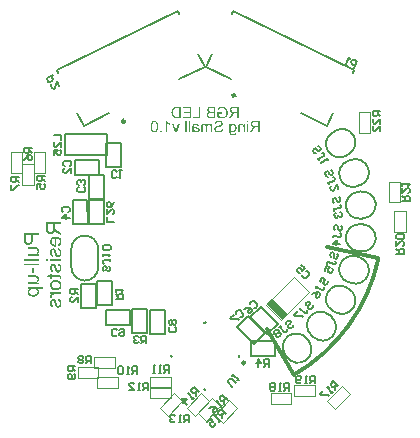
<source format=gbo>
G04*
G04 #@! TF.GenerationSoftware,Altium Limited,Altium Designer,21.8.1 (53)*
G04*
G04 Layer_Color=32896*
%FSLAX25Y25*%
%MOIN*%
G70*
G04*
G04 #@! TF.SameCoordinates,509546C8-056D-42BE-A314-9817B2043C00*
G04*
G04*
G04 #@! TF.FilePolarity,Positive*
G04*
G01*
G75*
%ADD95C,0.00600*%
%ADD96C,0.00984*%
%ADD97C,0.01181*%
%ADD98C,0.00400*%
%ADD99C,0.00394*%
%ADD100C,0.00787*%
%ADD101C,0.00500*%
G04:AMPARAMS|DCode=102|XSize=25.59mil|YSize=70.87mil|CornerRadius=0mil|HoleSize=0mil|Usage=FLASHONLY|Rotation=45.000|XOffset=0mil|YOffset=0mil|HoleType=Round|Shape=Rectangle|*
%AMROTATEDRECTD102*
4,1,4,0.01601,-0.03410,-0.03410,0.01601,-0.01601,0.03410,0.03410,-0.01601,0.01601,-0.03410,0.0*
%
%ADD102ROTATEDRECTD102*%

G36*
X5880Y38262D02*
X6072Y38235D01*
X6159Y38219D01*
X6241Y38197D01*
X6317Y38180D01*
X6388Y38159D01*
X6454Y38137D01*
X6508Y38115D01*
X6558Y38093D01*
X6601Y38077D01*
X6634Y38060D01*
X6656Y38049D01*
X6672Y38044D01*
X6678Y38038D01*
X6754Y37989D01*
X6831Y37940D01*
X6961Y37825D01*
X7076Y37711D01*
X7169Y37591D01*
X7245Y37487D01*
X7273Y37443D01*
X7295Y37400D01*
X7316Y37367D01*
X7327Y37345D01*
X7333Y37329D01*
X7338Y37323D01*
X7415Y37143D01*
X7469Y36963D01*
X7513Y36788D01*
X7524Y36706D01*
X7540Y36630D01*
X7546Y36559D01*
X7557Y36499D01*
X7562Y36439D01*
Y36389D01*
X7568Y36351D01*
Y36324D01*
Y36302D01*
Y36297D01*
X7557Y36095D01*
X7529Y35903D01*
X7513Y35816D01*
X7497Y35734D01*
X7475Y35652D01*
X7453Y35581D01*
X7431Y35516D01*
X7409Y35461D01*
X7393Y35407D01*
X7377Y35368D01*
X7360Y35330D01*
X7349Y35308D01*
X7338Y35292D01*
Y35287D01*
X7240Y35128D01*
X7131Y34992D01*
X7016Y34872D01*
X6907Y34773D01*
X6803Y34697D01*
X6765Y34670D01*
X6727Y34642D01*
X6694Y34626D01*
X6672Y34609D01*
X6656Y34604D01*
X6650Y34599D01*
X6563Y34555D01*
X6476Y34522D01*
X6301Y34462D01*
X6132Y34424D01*
X5973Y34391D01*
X5902Y34386D01*
X5837Y34375D01*
X5777Y34369D01*
X5728D01*
X5689Y34364D01*
X5635D01*
X5482Y34369D01*
X5334Y34386D01*
X5198Y34413D01*
X5078Y34440D01*
X5029Y34451D01*
X4980Y34462D01*
X4936Y34478D01*
X4898Y34489D01*
X4870Y34500D01*
X4848Y34506D01*
X4838Y34511D01*
X4832D01*
X4685Y34571D01*
X4548Y34642D01*
X4417Y34719D01*
X4302Y34790D01*
X4253Y34822D01*
X4204Y34855D01*
X4166Y34883D01*
X4133Y34904D01*
X4106Y34926D01*
X4084Y34942D01*
X4073Y34948D01*
X4068Y34953D01*
Y36357D01*
X5673D01*
Y35909D01*
X4559D01*
Y35199D01*
X4625Y35144D01*
X4701Y35095D01*
X4783Y35052D01*
X4859Y35013D01*
X4925Y34981D01*
X4985Y34953D01*
X5007Y34942D01*
X5018Y34937D01*
X5029Y34932D01*
X5034D01*
X5149Y34893D01*
X5263Y34861D01*
X5367Y34839D01*
X5466Y34828D01*
X5547Y34817D01*
X5580D01*
X5613Y34811D01*
X5667D01*
X5804Y34817D01*
X5935Y34839D01*
X6055Y34866D01*
X6164Y34893D01*
X6252Y34926D01*
X6290Y34937D01*
X6317Y34948D01*
X6345Y34959D01*
X6361Y34970D01*
X6372Y34975D01*
X6377D01*
X6492Y35046D01*
X6596Y35123D01*
X6683Y35205D01*
X6754Y35287D01*
X6814Y35363D01*
X6852Y35423D01*
X6869Y35445D01*
X6874Y35461D01*
X6885Y35472D01*
Y35478D01*
X6940Y35614D01*
X6983Y35756D01*
X7011Y35898D01*
X7033Y36035D01*
X7038Y36095D01*
X7043Y36149D01*
X7049Y36204D01*
Y36248D01*
X7054Y36280D01*
Y36307D01*
Y36324D01*
Y36329D01*
X7049Y36482D01*
X7033Y36619D01*
X7011Y36750D01*
X6983Y36864D01*
X6972Y36914D01*
X6956Y36957D01*
X6945Y36996D01*
X6934Y37028D01*
X6923Y37056D01*
X6918Y37072D01*
X6912Y37083D01*
Y37088D01*
X6874Y37165D01*
X6836Y37236D01*
X6798Y37301D01*
X6759Y37356D01*
X6727Y37400D01*
X6699Y37438D01*
X6678Y37460D01*
X6672Y37465D01*
X6612Y37525D01*
X6547Y37580D01*
X6476Y37623D01*
X6410Y37667D01*
X6355Y37694D01*
X6312Y37722D01*
X6279Y37733D01*
X6268Y37738D01*
X6170Y37776D01*
X6072Y37804D01*
X5968Y37820D01*
X5875Y37836D01*
X5793Y37842D01*
X5760D01*
X5733Y37847D01*
X5673D01*
X5569Y37842D01*
X5471Y37831D01*
X5384Y37815D01*
X5307Y37798D01*
X5242Y37776D01*
X5192Y37760D01*
X5165Y37749D01*
X5154Y37743D01*
X5072Y37705D01*
X5001Y37662D01*
X4936Y37618D01*
X4887Y37574D01*
X4848Y37536D01*
X4816Y37509D01*
X4799Y37487D01*
X4794Y37481D01*
X4745Y37416D01*
X4707Y37339D01*
X4668Y37268D01*
X4636Y37192D01*
X4614Y37126D01*
X4597Y37077D01*
X4592Y37056D01*
X4586Y37039D01*
X4581Y37034D01*
Y37028D01*
X4128Y37148D01*
X4166Y37285D01*
X4215Y37405D01*
X4264Y37514D01*
X4308Y37602D01*
X4352Y37672D01*
X4384Y37722D01*
X4406Y37754D01*
X4417Y37765D01*
X4494Y37853D01*
X4575Y37924D01*
X4663Y37989D01*
X4745Y38044D01*
X4821Y38082D01*
X4881Y38115D01*
X4903Y38126D01*
X4919Y38131D01*
X4930Y38137D01*
X4936D01*
X5061Y38180D01*
X5192Y38213D01*
X5313Y38240D01*
X5427Y38257D01*
X5531Y38268D01*
X5575D01*
X5607Y38273D01*
X5782D01*
X5880Y38262D01*
D02*
G37*
G36*
X11242Y34429D02*
X10740D01*
Y36105D01*
X10096D01*
X10035Y36100D01*
X9992D01*
X9954Y36095D01*
X9926Y36089D01*
X9904D01*
X9894Y36084D01*
X9888D01*
X9801Y36056D01*
X9763Y36040D01*
X9730Y36024D01*
X9697Y36007D01*
X9675Y35996D01*
X9664Y35991D01*
X9659Y35985D01*
X9615Y35953D01*
X9571Y35914D01*
X9489Y35833D01*
X9451Y35794D01*
X9424Y35761D01*
X9408Y35740D01*
X9402Y35734D01*
X9347Y35658D01*
X9287Y35576D01*
X9227Y35489D01*
X9167Y35407D01*
X9118Y35330D01*
X9080Y35270D01*
X9064Y35248D01*
X9053Y35232D01*
X9042Y35221D01*
Y35215D01*
X8545Y34429D01*
X7923D01*
X8572Y35456D01*
X8649Y35565D01*
X8720Y35663D01*
X8791Y35745D01*
X8851Y35822D01*
X8905Y35876D01*
X8949Y35920D01*
X8976Y35947D01*
X8987Y35958D01*
X9031Y35991D01*
X9080Y36029D01*
X9178Y36089D01*
X9222Y36111D01*
X9255Y36133D01*
X9277Y36144D01*
X9287Y36149D01*
X9189Y36166D01*
X9096Y36182D01*
X9014Y36209D01*
X8933Y36231D01*
X8862Y36258D01*
X8796Y36291D01*
X8736Y36318D01*
X8681Y36346D01*
X8638Y36378D01*
X8594Y36406D01*
X8561Y36428D01*
X8534Y36450D01*
X8512Y36466D01*
X8496Y36482D01*
X8490Y36488D01*
X8485Y36493D01*
X8441Y36548D01*
X8398Y36602D01*
X8332Y36717D01*
X8288Y36832D01*
X8256Y36941D01*
X8234Y37034D01*
X8228Y37072D01*
Y37110D01*
X8223Y37137D01*
Y37159D01*
Y37170D01*
Y37176D01*
X8228Y37290D01*
X8245Y37394D01*
X8272Y37492D01*
X8299Y37574D01*
X8332Y37645D01*
X8354Y37700D01*
X8376Y37733D01*
X8381Y37738D01*
Y37743D01*
X8447Y37831D01*
X8512Y37907D01*
X8583Y37973D01*
X8649Y38022D01*
X8709Y38060D01*
X8758Y38082D01*
X8791Y38098D01*
X8796Y38104D01*
X8801D01*
X8851Y38120D01*
X8911Y38137D01*
X9031Y38164D01*
X9162Y38180D01*
X9282Y38197D01*
X9397Y38202D01*
X9446D01*
X9489Y38208D01*
X11242D01*
Y34429D01*
D02*
G37*
G36*
X3352D02*
X1911D01*
X1780Y34435D01*
X1665Y34440D01*
X1562Y34451D01*
X1474Y34462D01*
X1403Y34473D01*
X1349Y34478D01*
X1316Y34489D01*
X1305D01*
X1212Y34517D01*
X1136Y34544D01*
X1065Y34577D01*
X1005Y34609D01*
X955Y34631D01*
X917Y34653D01*
X895Y34670D01*
X890Y34675D01*
X830Y34724D01*
X775Y34784D01*
X732Y34844D01*
X688Y34899D01*
X655Y34953D01*
X633Y34992D01*
X617Y35019D01*
X612Y35030D01*
X573Y35117D01*
X546Y35205D01*
X524Y35287D01*
X513Y35363D01*
X502Y35429D01*
X497Y35483D01*
Y35516D01*
Y35521D01*
Y35527D01*
X502Y35647D01*
X524Y35756D01*
X557Y35849D01*
X590Y35936D01*
X622Y36002D01*
X655Y36051D01*
X677Y36084D01*
X683Y36095D01*
X759Y36182D01*
X841Y36253D01*
X934Y36313D01*
X1016Y36362D01*
X1092Y36400D01*
X1158Y36422D01*
X1179Y36433D01*
X1196Y36439D01*
X1207Y36444D01*
X1212D01*
X1119Y36499D01*
X1037Y36553D01*
X972Y36613D01*
X917Y36668D01*
X874Y36712D01*
X841Y36755D01*
X824Y36777D01*
X819Y36788D01*
X775Y36870D01*
X743Y36946D01*
X715Y37023D01*
X699Y37094D01*
X688Y37154D01*
X683Y37203D01*
Y37230D01*
Y37241D01*
X688Y37334D01*
X704Y37427D01*
X732Y37509D01*
X759Y37585D01*
X786Y37651D01*
X814Y37694D01*
X830Y37727D01*
X835Y37738D01*
X895Y37820D01*
X961Y37896D01*
X1032Y37957D01*
X1098Y38006D01*
X1152Y38044D01*
X1201Y38071D01*
X1234Y38087D01*
X1239Y38093D01*
X1245D01*
X1349Y38131D01*
X1463Y38159D01*
X1578Y38180D01*
X1687Y38191D01*
X1785Y38202D01*
X1829D01*
X1867Y38208D01*
X3352D01*
Y34429D01*
D02*
G37*
G36*
X-1638D02*
X-4002D01*
Y34877D01*
X-2140D01*
Y38208D01*
X-1638D01*
Y34429D01*
D02*
G37*
G36*
X-4603D02*
X-7426D01*
Y34877D01*
X-5105D01*
Y36160D01*
X-7196D01*
Y36608D01*
X-5105D01*
Y37760D01*
X-7338D01*
Y38208D01*
X-4603D01*
Y34429D01*
D02*
G37*
G36*
X-8119D02*
X-9479D01*
X-9604Y34435D01*
X-9719Y34440D01*
X-9822Y34451D01*
X-9910Y34462D01*
X-9986Y34473D01*
X-10041Y34478D01*
X-10057Y34484D01*
X-10074Y34489D01*
X-10085D01*
X-10183Y34517D01*
X-10270Y34549D01*
X-10347Y34577D01*
X-10412Y34609D01*
X-10467Y34637D01*
X-10505Y34659D01*
X-10527Y34675D01*
X-10538Y34680D01*
X-10609Y34730D01*
X-10669Y34790D01*
X-10729Y34844D01*
X-10778Y34899D01*
X-10822Y34948D01*
X-10854Y34986D01*
X-10876Y35013D01*
X-10882Y35024D01*
X-10936Y35112D01*
X-10991Y35205D01*
X-11035Y35292D01*
X-11067Y35379D01*
X-11100Y35456D01*
X-11122Y35516D01*
X-11128Y35538D01*
X-11133Y35554D01*
X-11138Y35565D01*
Y35570D01*
X-11171Y35702D01*
X-11198Y35833D01*
X-11215Y35958D01*
X-11231Y36078D01*
X-11237Y36182D01*
Y36226D01*
X-11242Y36264D01*
Y36291D01*
Y36318D01*
Y36329D01*
Y36335D01*
X-11237Y36520D01*
X-11220Y36690D01*
X-11193Y36843D01*
X-11182Y36914D01*
X-11166Y36974D01*
X-11149Y37034D01*
X-11138Y37083D01*
X-11128Y37126D01*
X-11111Y37165D01*
X-11106Y37198D01*
X-11095Y37219D01*
X-11089Y37230D01*
Y37236D01*
X-11029Y37378D01*
X-10958Y37503D01*
X-10882Y37613D01*
X-10811Y37705D01*
X-10745Y37782D01*
X-10691Y37836D01*
X-10669Y37853D01*
X-10652Y37869D01*
X-10647Y37874D01*
X-10642Y37880D01*
X-10554Y37951D01*
X-10461Y38006D01*
X-10368Y38055D01*
X-10281Y38093D01*
X-10205Y38120D01*
X-10145Y38137D01*
X-10123Y38148D01*
X-10107D01*
X-10096Y38153D01*
X-10090D01*
X-9997Y38169D01*
X-9888Y38186D01*
X-9779Y38197D01*
X-9670Y38202D01*
X-9571Y38208D01*
X-8119D01*
Y34429D01*
D02*
G37*
G36*
X14417Y33013D02*
X13953D01*
Y33543D01*
X14417D01*
Y33013D01*
D02*
G37*
G36*
X9432Y32560D02*
X9552Y32538D01*
X9662Y32505D01*
X9754Y32472D01*
X9831Y32440D01*
X9885Y32407D01*
X9907Y32396D01*
X9924Y32385D01*
X9929Y32380D01*
X9934D01*
X10027Y32309D01*
X10109Y32221D01*
X10180Y32139D01*
X10240Y32057D01*
X10284Y31981D01*
X10317Y31921D01*
X10328Y31899D01*
X10339Y31883D01*
X10344Y31872D01*
Y31866D01*
X10393Y31741D01*
X10426Y31615D01*
X10453Y31495D01*
X10469Y31386D01*
X10481Y31288D01*
Y31249D01*
X10486Y31211D01*
Y31184D01*
Y31162D01*
Y31151D01*
Y31146D01*
X10481Y31042D01*
X10475Y30938D01*
X10437Y30753D01*
X10415Y30665D01*
X10388Y30589D01*
X10360Y30512D01*
X10333Y30447D01*
X10306Y30381D01*
X10278Y30327D01*
X10251Y30283D01*
X10229Y30239D01*
X10208Y30212D01*
X10191Y30185D01*
X10186Y30174D01*
X10180Y30168D01*
X10120Y30097D01*
X10055Y30037D01*
X9984Y29983D01*
X9913Y29934D01*
X9836Y29895D01*
X9765Y29862D01*
X9694Y29835D01*
X9623Y29813D01*
X9558Y29797D01*
X9498Y29786D01*
X9443Y29775D01*
X9394Y29770D01*
X9356D01*
X9328Y29764D01*
X9301D01*
X9219Y29770D01*
X9137Y29781D01*
X9061Y29797D01*
X8990Y29819D01*
X8864Y29879D01*
X8750Y29945D01*
X8706Y29977D01*
X8662Y30010D01*
X8624Y30043D01*
X8597Y30070D01*
X8575Y30092D01*
X8558Y30108D01*
X8548Y30119D01*
X8542Y30125D01*
Y30043D01*
Y29972D01*
X8548Y29901D01*
Y29841D01*
Y29786D01*
X8553Y29737D01*
Y29693D01*
X8558Y29655D01*
X8564Y29601D01*
X8569Y29557D01*
X8575Y29535D01*
Y29530D01*
X8602Y29448D01*
X8640Y29377D01*
X8679Y29317D01*
X8717Y29262D01*
X8755Y29224D01*
X8788Y29191D01*
X8810Y29175D01*
X8815Y29169D01*
X8886Y29125D01*
X8968Y29093D01*
X9050Y29071D01*
X9126Y29054D01*
X9203Y29043D01*
X9257Y29038D01*
X9312D01*
X9416Y29043D01*
X9514Y29060D01*
X9596Y29082D01*
X9662Y29109D01*
X9716Y29131D01*
X9754Y29153D01*
X9776Y29169D01*
X9787Y29175D01*
X9831Y29213D01*
X9864Y29262D01*
X9891Y29311D01*
X9913Y29360D01*
X9924Y29409D01*
X9934Y29448D01*
X9940Y29469D01*
Y29480D01*
X10393Y29540D01*
Y29458D01*
X10382Y29388D01*
X10371Y29317D01*
X10355Y29251D01*
X10306Y29136D01*
X10251Y29043D01*
X10197Y28973D01*
X10153Y28923D01*
X10115Y28891D01*
X10109Y28885D01*
X10104Y28880D01*
X9984Y28803D01*
X9853Y28749D01*
X9721Y28710D01*
X9596Y28683D01*
X9536Y28672D01*
X9481Y28667D01*
X9438Y28661D01*
X9394D01*
X9361Y28656D01*
X9312D01*
X9165Y28661D01*
X9028Y28683D01*
X8908Y28705D01*
X8810Y28738D01*
X8728Y28765D01*
X8695Y28776D01*
X8668Y28792D01*
X8646Y28798D01*
X8630Y28809D01*
X8624Y28814D01*
X8619D01*
X8520Y28874D01*
X8433Y28945D01*
X8362Y29016D01*
X8302Y29082D01*
X8258Y29142D01*
X8231Y29191D01*
X8209Y29224D01*
X8204Y29229D01*
Y29235D01*
X8182Y29289D01*
X8160Y29349D01*
X8144Y29415D01*
X8127Y29486D01*
X8105Y29639D01*
X8089Y29786D01*
X8083Y29857D01*
X8078Y29923D01*
Y29983D01*
X8073Y30032D01*
Y30075D01*
Y30108D01*
Y30130D01*
Y30136D01*
Y32505D01*
X8499D01*
Y32167D01*
X8558Y32238D01*
X8624Y32298D01*
X8690Y32352D01*
X8755Y32396D01*
X8826Y32434D01*
X8892Y32467D01*
X8957Y32494D01*
X9017Y32516D01*
X9077Y32533D01*
X9132Y32543D01*
X9181Y32554D01*
X9219Y32560D01*
X9252Y32565D01*
X9301D01*
X9432Y32560D01*
D02*
G37*
G36*
X-12681Y33466D02*
X-12621Y33379D01*
X-12550Y33291D01*
X-12484Y33215D01*
X-12419Y33149D01*
X-12370Y33095D01*
X-12348Y33079D01*
X-12331Y33062D01*
X-12326Y33057D01*
X-12320Y33051D01*
X-12206Y32958D01*
X-12091Y32871D01*
X-11982Y32795D01*
X-11873Y32735D01*
X-11780Y32680D01*
X-11742Y32658D01*
X-11709Y32642D01*
X-11682Y32625D01*
X-11660Y32620D01*
X-11649Y32609D01*
X-11643D01*
Y32161D01*
X-11725Y32194D01*
X-11807Y32232D01*
X-11889Y32270D01*
X-11966Y32309D01*
X-12031Y32341D01*
X-12086Y32369D01*
X-12118Y32390D01*
X-12124Y32396D01*
X-12129D01*
X-12228Y32456D01*
X-12315Y32516D01*
X-12392Y32571D01*
X-12451Y32620D01*
X-12506Y32658D01*
X-12539Y32691D01*
X-12566Y32713D01*
X-12572Y32718D01*
Y29764D01*
X-13036D01*
Y33559D01*
X-12735D01*
X-12681Y33466D01*
D02*
G37*
G36*
X1237Y32560D02*
X1330Y32543D01*
X1411Y32527D01*
X1482Y32505D01*
X1543Y32478D01*
X1586Y32462D01*
X1613Y32445D01*
X1624Y32440D01*
X1701Y32390D01*
X1766Y32336D01*
X1826Y32281D01*
X1876Y32227D01*
X1914Y32183D01*
X1946Y32145D01*
X1963Y32123D01*
X1968Y32112D01*
Y32505D01*
X2383D01*
Y29764D01*
X1919D01*
Y31184D01*
X1914Y31315D01*
X1908Y31430D01*
X1897Y31528D01*
X1881Y31610D01*
X1865Y31670D01*
X1854Y31714D01*
X1848Y31741D01*
X1843Y31752D01*
X1810Y31823D01*
X1772Y31883D01*
X1733Y31937D01*
X1695Y31981D01*
X1657Y32014D01*
X1630Y32036D01*
X1608Y32052D01*
X1602Y32057D01*
X1537Y32090D01*
X1477Y32118D01*
X1411Y32134D01*
X1357Y32150D01*
X1313Y32156D01*
X1275Y32161D01*
X1242D01*
X1149Y32156D01*
X1073Y32139D01*
X1007Y32112D01*
X958Y32085D01*
X920Y32052D01*
X893Y32030D01*
X876Y32008D01*
X871Y32003D01*
X833Y31937D01*
X805Y31866D01*
X783Y31790D01*
X773Y31714D01*
X762Y31648D01*
X756Y31588D01*
Y31566D01*
Y31555D01*
Y31544D01*
Y31539D01*
Y29764D01*
X292D01*
Y31353D01*
X281Y31501D01*
X259Y31626D01*
X232Y31730D01*
X194Y31817D01*
X161Y31883D01*
X128Y31926D01*
X106Y31954D01*
X101Y31965D01*
X25Y32030D01*
X-57Y32079D01*
X-139Y32112D01*
X-216Y32139D01*
X-281Y32150D01*
X-336Y32156D01*
X-358Y32161D01*
X-385D01*
X-445Y32156D01*
X-494Y32150D01*
X-543Y32139D01*
X-581Y32123D01*
X-620Y32107D01*
X-642Y32096D01*
X-658Y32090D01*
X-663Y32085D01*
X-707Y32052D01*
X-740Y32019D01*
X-767Y31986D01*
X-789Y31954D01*
X-805Y31926D01*
X-816Y31905D01*
X-827Y31888D01*
Y31883D01*
X-844Y31834D01*
X-855Y31768D01*
X-860Y31703D01*
X-865Y31637D01*
X-871Y31577D01*
Y31528D01*
Y31495D01*
Y31490D01*
Y31484D01*
Y29764D01*
X-1335D01*
Y31642D01*
Y31730D01*
X-1324Y31806D01*
X-1313Y31883D01*
X-1302Y31948D01*
X-1286Y32014D01*
X-1264Y32068D01*
X-1248Y32118D01*
X-1226Y32167D01*
X-1204Y32205D01*
X-1188Y32243D01*
X-1149Y32292D01*
X-1127Y32325D01*
X-1117Y32336D01*
X-1029Y32412D01*
X-926Y32467D01*
X-822Y32511D01*
X-723Y32538D01*
X-631Y32554D01*
X-592Y32560D01*
X-554D01*
X-527Y32565D01*
X-489D01*
X-390Y32560D01*
X-303Y32543D01*
X-216Y32522D01*
X-134Y32489D01*
X-57Y32451D01*
X14Y32412D01*
X74Y32369D01*
X134Y32325D01*
X188Y32276D01*
X232Y32232D01*
X270Y32194D01*
X303Y32156D01*
X330Y32123D01*
X347Y32101D01*
X358Y32085D01*
X363Y32079D01*
X396Y32161D01*
X440Y32232D01*
X489Y32292D01*
X532Y32341D01*
X576Y32385D01*
X609Y32412D01*
X631Y32429D01*
X642Y32434D01*
X718Y32478D01*
X800Y32511D01*
X882Y32533D01*
X964Y32549D01*
X1029Y32560D01*
X1089Y32565D01*
X1138D01*
X1237Y32560D01*
D02*
G37*
G36*
X-3049D02*
X-2935Y32549D01*
X-2826Y32533D01*
X-2738Y32516D01*
X-2662Y32500D01*
X-2607Y32483D01*
X-2585Y32478D01*
X-2569Y32472D01*
X-2564Y32467D01*
X-2558D01*
X-2465Y32429D01*
X-2383Y32380D01*
X-2312Y32336D01*
X-2252Y32292D01*
X-2209Y32249D01*
X-2176Y32216D01*
X-2154Y32194D01*
X-2149Y32188D01*
X-2099Y32118D01*
X-2056Y32041D01*
X-2023Y31965D01*
X-1996Y31894D01*
X-1974Y31823D01*
X-1957Y31774D01*
X-1952Y31752D01*
Y31735D01*
X-1946Y31730D01*
Y31724D01*
X-2400Y31664D01*
X-2432Y31763D01*
X-2465Y31850D01*
X-2503Y31921D01*
X-2536Y31976D01*
X-2569Y32019D01*
X-2596Y32047D01*
X-2618Y32063D01*
X-2623Y32068D01*
X-2689Y32107D01*
X-2765Y32134D01*
X-2847Y32156D01*
X-2924Y32167D01*
X-3000Y32178D01*
X-3055Y32183D01*
X-3109D01*
X-3235Y32178D01*
X-3344Y32161D01*
X-3432Y32134D01*
X-3508Y32107D01*
X-3563Y32074D01*
X-3606Y32052D01*
X-3634Y32030D01*
X-3639Y32025D01*
X-3683Y31976D01*
X-3715Y31916D01*
X-3743Y31850D01*
X-3759Y31784D01*
X-3770Y31724D01*
X-3776Y31670D01*
Y31637D01*
Y31632D01*
Y31626D01*
Y31615D01*
Y31593D01*
Y31555D01*
X-3770Y31522D01*
Y31512D01*
Y31506D01*
X-3715Y31490D01*
X-3655Y31473D01*
X-3530Y31440D01*
X-3388Y31413D01*
X-3257Y31386D01*
X-3191Y31375D01*
X-3131Y31370D01*
X-3077Y31359D01*
X-3033Y31353D01*
X-2995Y31348D01*
X-2967D01*
X-2946Y31342D01*
X-2940D01*
X-2842Y31331D01*
X-2760Y31315D01*
X-2689Y31304D01*
X-2634Y31293D01*
X-2591Y31288D01*
X-2558Y31277D01*
X-2536Y31271D01*
X-2531D01*
X-2460Y31249D01*
X-2400Y31228D01*
X-2340Y31200D01*
X-2290Y31178D01*
X-2247Y31157D01*
X-2220Y31135D01*
X-2198Y31124D01*
X-2192Y31118D01*
X-2138Y31080D01*
X-2094Y31036D01*
X-2050Y30993D01*
X-2018Y30949D01*
X-1990Y30911D01*
X-1968Y30878D01*
X-1957Y30856D01*
X-1952Y30851D01*
X-1925Y30791D01*
X-1903Y30725D01*
X-1886Y30665D01*
X-1876Y30605D01*
X-1870Y30556D01*
X-1865Y30518D01*
Y30496D01*
Y30485D01*
X-1870Y30419D01*
X-1876Y30365D01*
X-1903Y30250D01*
X-1941Y30157D01*
X-1985Y30075D01*
X-2028Y30010D01*
X-2067Y29961D01*
X-2094Y29934D01*
X-2105Y29923D01*
X-2203Y29852D01*
X-2312Y29797D01*
X-2432Y29759D01*
X-2542Y29732D01*
X-2640Y29715D01*
X-2684Y29710D01*
X-2722D01*
X-2755Y29704D01*
X-2798D01*
X-2897Y29710D01*
X-2995Y29721D01*
X-3082Y29732D01*
X-3159Y29748D01*
X-3219Y29764D01*
X-3268Y29781D01*
X-3301Y29786D01*
X-3311Y29792D01*
X-3404Y29830D01*
X-3492Y29879D01*
X-3574Y29934D01*
X-3655Y29983D01*
X-3721Y30032D01*
X-3770Y30070D01*
X-3803Y30097D01*
X-3808Y30108D01*
X-3814D01*
X-3825Y30037D01*
X-3836Y29972D01*
X-3847Y29912D01*
X-3863Y29862D01*
X-3879Y29819D01*
X-3890Y29792D01*
X-3896Y29770D01*
X-3901Y29764D01*
X-4387D01*
X-4360Y29824D01*
X-4332Y29884D01*
X-4311Y29939D01*
X-4300Y29988D01*
X-4283Y30032D01*
X-4278Y30065D01*
X-4272Y30086D01*
Y30092D01*
X-4267Y30130D01*
X-4262Y30179D01*
Y30234D01*
X-4256Y30294D01*
X-4251Y30430D01*
Y30567D01*
X-4245Y30698D01*
Y30758D01*
Y30807D01*
Y30851D01*
Y30884D01*
Y30905D01*
Y30911D01*
Y31533D01*
Y31637D01*
X-4240Y31730D01*
X-4234Y31801D01*
Y31861D01*
X-4229Y31905D01*
X-4223Y31937D01*
X-4218Y31954D01*
Y31959D01*
X-4202Y32030D01*
X-4180Y32090D01*
X-4158Y32139D01*
X-4131Y32188D01*
X-4109Y32221D01*
X-4092Y32249D01*
X-4081Y32265D01*
X-4076Y32270D01*
X-4032Y32314D01*
X-3983Y32358D01*
X-3929Y32390D01*
X-3874Y32423D01*
X-3825Y32445D01*
X-3787Y32462D01*
X-3759Y32472D01*
X-3748Y32478D01*
X-3661Y32505D01*
X-3568Y32527D01*
X-3475Y32543D01*
X-3382Y32554D01*
X-3301Y32560D01*
X-3241Y32565D01*
X-3181D01*
X-3049Y32560D01*
D02*
G37*
G36*
X-9520Y29764D02*
X-9962D01*
X-11005Y32505D01*
X-10524D01*
X-9918Y30829D01*
X-9880Y30720D01*
X-9842Y30621D01*
X-9814Y30529D01*
X-9787Y30458D01*
X-9771Y30392D01*
X-9754Y30349D01*
X-9749Y30321D01*
X-9743Y30310D01*
X-9711Y30414D01*
X-9683Y30518D01*
X-9651Y30611D01*
X-9623Y30692D01*
X-9601Y30764D01*
X-9585Y30818D01*
X-9580Y30834D01*
X-9574Y30851D01*
X-9569Y30856D01*
Y30862D01*
X-8979Y32505D01*
X-8488D01*
X-9520Y29764D01*
D02*
G37*
G36*
X18163D02*
X17660D01*
Y31440D01*
X17016D01*
X16956Y31435D01*
X16912D01*
X16874Y31430D01*
X16847Y31424D01*
X16825D01*
X16814Y31419D01*
X16809D01*
X16721Y31391D01*
X16683Y31375D01*
X16650Y31359D01*
X16617Y31342D01*
X16596Y31331D01*
X16585Y31326D01*
X16579Y31320D01*
X16536Y31288D01*
X16492Y31249D01*
X16410Y31168D01*
X16372Y31129D01*
X16344Y31097D01*
X16328Y31075D01*
X16323Y31069D01*
X16268Y30993D01*
X16208Y30911D01*
X16148Y30823D01*
X16088Y30742D01*
X16039Y30665D01*
X16001Y30605D01*
X15984Y30583D01*
X15973Y30567D01*
X15962Y30556D01*
Y30551D01*
X15465Y29764D01*
X14843D01*
X15493Y30791D01*
X15569Y30900D01*
X15640Y30998D01*
X15711Y31080D01*
X15771Y31157D01*
X15826Y31211D01*
X15869Y31255D01*
X15897Y31282D01*
X15908Y31293D01*
X15951Y31326D01*
X16001Y31364D01*
X16099Y31424D01*
X16142Y31446D01*
X16175Y31468D01*
X16197Y31479D01*
X16208Y31484D01*
X16110Y31501D01*
X16017Y31517D01*
X15935Y31544D01*
X15853Y31566D01*
X15782Y31593D01*
X15717Y31626D01*
X15656Y31653D01*
X15602Y31681D01*
X15558Y31714D01*
X15515Y31741D01*
X15482Y31763D01*
X15454Y31784D01*
X15433Y31801D01*
X15416Y31817D01*
X15411Y31823D01*
X15405Y31828D01*
X15362Y31883D01*
X15318Y31937D01*
X15252Y32052D01*
X15209Y32167D01*
X15176Y32276D01*
X15154Y32369D01*
X15149Y32407D01*
Y32445D01*
X15143Y32472D01*
Y32494D01*
Y32505D01*
Y32511D01*
X15149Y32625D01*
X15165Y32729D01*
X15192Y32827D01*
X15220Y32909D01*
X15252Y32980D01*
X15274Y33035D01*
X15296Y33068D01*
X15302Y33073D01*
Y33079D01*
X15367Y33166D01*
X15433Y33242D01*
X15504Y33308D01*
X15569Y33357D01*
X15629Y33395D01*
X15678Y33417D01*
X15711Y33433D01*
X15717Y33439D01*
X15722D01*
X15771Y33455D01*
X15831Y33472D01*
X15951Y33499D01*
X16082Y33515D01*
X16203Y33532D01*
X16317Y33537D01*
X16366D01*
X16410Y33543D01*
X18163D01*
Y29764D01*
D02*
G37*
G36*
X14417D02*
X13953D01*
Y32505D01*
X14417D01*
Y29764D01*
D02*
G37*
G36*
X12064Y32560D02*
X12162Y32543D01*
X12250Y32522D01*
X12337Y32494D01*
X12413Y32462D01*
X12484Y32423D01*
X12550Y32380D01*
X12604Y32341D01*
X12659Y32298D01*
X12703Y32254D01*
X12741Y32216D01*
X12774Y32183D01*
X12796Y32156D01*
X12812Y32134D01*
X12823Y32118D01*
X12828Y32112D01*
Y32505D01*
X13243D01*
Y29764D01*
X12779D01*
Y31255D01*
Y31348D01*
X12768Y31440D01*
X12757Y31517D01*
X12746Y31588D01*
X12730Y31653D01*
X12714Y31714D01*
X12692Y31768D01*
X12670Y31812D01*
X12653Y31850D01*
X12632Y31883D01*
X12615Y31910D01*
X12599Y31932D01*
X12577Y31959D01*
X12566Y31970D01*
X12484Y32036D01*
X12397Y32079D01*
X12310Y32112D01*
X12233Y32139D01*
X12162Y32150D01*
X12108Y32156D01*
X12086Y32161D01*
X12058D01*
X11993Y32156D01*
X11927Y32150D01*
X11873Y32134D01*
X11829Y32118D01*
X11791Y32101D01*
X11758Y32090D01*
X11742Y32079D01*
X11736Y32074D01*
X11687Y32041D01*
X11643Y32003D01*
X11611Y31965D01*
X11583Y31932D01*
X11567Y31899D01*
X11551Y31872D01*
X11540Y31855D01*
Y31850D01*
X11523Y31790D01*
X11507Y31724D01*
X11496Y31653D01*
X11491Y31582D01*
X11485Y31522D01*
Y31473D01*
Y31435D01*
Y31430D01*
Y31424D01*
Y29764D01*
X11021D01*
Y31446D01*
Y31561D01*
X11027Y31653D01*
X11032Y31730D01*
Y31795D01*
X11037Y31839D01*
X11043Y31872D01*
X11048Y31894D01*
Y31899D01*
X11065Y31970D01*
X11092Y32036D01*
X11114Y32090D01*
X11136Y32145D01*
X11163Y32183D01*
X11179Y32210D01*
X11190Y32232D01*
X11196Y32238D01*
X11239Y32292D01*
X11288Y32336D01*
X11338Y32380D01*
X11392Y32412D01*
X11436Y32440D01*
X11474Y32456D01*
X11496Y32467D01*
X11507Y32472D01*
X11583Y32505D01*
X11665Y32527D01*
X11742Y32543D01*
X11813Y32554D01*
X11873Y32560D01*
X11917Y32565D01*
X11960D01*
X12064Y32560D01*
D02*
G37*
G36*
X-4950Y29764D02*
X-5414D01*
Y33543D01*
X-4950D01*
Y29764D01*
D02*
G37*
G36*
X-6123D02*
X-6588D01*
Y33543D01*
X-6123D01*
Y29764D01*
D02*
G37*
G36*
X-14488Y29764D02*
X-15018D01*
Y30294D01*
X-14488D01*
Y29764D01*
D02*
G37*
G36*
X4682Y33603D02*
X4808Y33586D01*
X4928Y33564D01*
X5031Y33543D01*
X5113Y33521D01*
X5152Y33510D01*
X5179Y33499D01*
X5201Y33488D01*
X5217Y33483D01*
X5228Y33477D01*
X5233D01*
X5343Y33422D01*
X5441Y33362D01*
X5523Y33297D01*
X5588Y33237D01*
X5637Y33182D01*
X5676Y33138D01*
X5703Y33106D01*
X5708Y33100D01*
Y33095D01*
X5763Y33002D01*
X5801Y32909D01*
X5829Y32816D01*
X5845Y32735D01*
X5856Y32664D01*
X5867Y32609D01*
Y32587D01*
Y32571D01*
Y32565D01*
Y32560D01*
X5861Y32467D01*
X5845Y32380D01*
X5823Y32298D01*
X5801Y32227D01*
X5779Y32172D01*
X5758Y32128D01*
X5741Y32101D01*
X5736Y32090D01*
X5681Y32014D01*
X5616Y31943D01*
X5550Y31883D01*
X5485Y31834D01*
X5430Y31790D01*
X5381Y31763D01*
X5348Y31741D01*
X5343Y31735D01*
X5337D01*
X5294Y31714D01*
X5244Y31692D01*
X5135Y31653D01*
X5010Y31615D01*
X4889Y31577D01*
X4780Y31544D01*
X4731Y31533D01*
X4687Y31522D01*
X4655Y31512D01*
X4627Y31506D01*
X4611Y31501D01*
X4606D01*
X4513Y31479D01*
X4425Y31457D01*
X4349Y31435D01*
X4283Y31419D01*
X4218Y31402D01*
X4163Y31386D01*
X4114Y31375D01*
X4076Y31359D01*
X4038Y31348D01*
X4010Y31342D01*
X3967Y31326D01*
X3939Y31320D01*
X3934Y31315D01*
X3852Y31282D01*
X3781Y31244D01*
X3721Y31206D01*
X3677Y31173D01*
X3639Y31140D01*
X3617Y31118D01*
X3601Y31102D01*
X3595Y31097D01*
X3557Y31047D01*
X3530Y30993D01*
X3514Y30938D01*
X3497Y30895D01*
X3492Y30851D01*
X3486Y30818D01*
Y30791D01*
Y30785D01*
X3492Y30720D01*
X3503Y30660D01*
X3519Y30605D01*
X3541Y30561D01*
X3563Y30518D01*
X3579Y30490D01*
X3590Y30469D01*
X3595Y30463D01*
X3639Y30409D01*
X3694Y30365D01*
X3748Y30327D01*
X3797Y30288D01*
X3847Y30267D01*
X3885Y30245D01*
X3912Y30234D01*
X3923Y30228D01*
X4005Y30201D01*
X4092Y30179D01*
X4180Y30168D01*
X4256Y30157D01*
X4322Y30152D01*
X4376Y30147D01*
X4425D01*
X4546Y30152D01*
X4655Y30163D01*
X4753Y30179D01*
X4840Y30201D01*
X4911Y30223D01*
X4966Y30239D01*
X4982Y30245D01*
X4999Y30250D01*
X5004Y30256D01*
X5010D01*
X5097Y30299D01*
X5179Y30349D01*
X5239Y30398D01*
X5294Y30447D01*
X5337Y30485D01*
X5364Y30523D01*
X5381Y30545D01*
X5386Y30551D01*
X5424Y30621D01*
X5463Y30698D01*
X5485Y30780D01*
X5506Y30851D01*
X5523Y30922D01*
X5534Y30971D01*
Y30993D01*
X5539Y31009D01*
Y31015D01*
Y31020D01*
X6009Y30976D01*
X5998Y30840D01*
X5976Y30709D01*
X5943Y30594D01*
X5905Y30490D01*
X5867Y30409D01*
X5850Y30376D01*
X5839Y30349D01*
X5823Y30327D01*
X5818Y30310D01*
X5807Y30299D01*
Y30294D01*
X5725Y30190D01*
X5637Y30097D01*
X5545Y30021D01*
X5457Y29955D01*
X5381Y29906D01*
X5315Y29873D01*
X5294Y29862D01*
X5277Y29852D01*
X5266Y29846D01*
X5261D01*
X5124Y29797D01*
X4982Y29759D01*
X4840Y29737D01*
X4704Y29715D01*
X4638Y29710D01*
X4584Y29704D01*
X4535D01*
X4491Y29699D01*
X4403D01*
X4256Y29704D01*
X4120Y29721D01*
X3994Y29748D01*
X3890Y29775D01*
X3803Y29797D01*
X3765Y29813D01*
X3732Y29824D01*
X3710Y29835D01*
X3694Y29841D01*
X3683Y29846D01*
X3677D01*
X3563Y29906D01*
X3464Y29972D01*
X3377Y30043D01*
X3306Y30108D01*
X3251Y30163D01*
X3213Y30212D01*
X3186Y30245D01*
X3181Y30250D01*
Y30256D01*
X3120Y30359D01*
X3077Y30458D01*
X3049Y30551D01*
X3028Y30638D01*
X3017Y30714D01*
X3006Y30774D01*
Y30796D01*
Y30813D01*
Y30818D01*
Y30823D01*
X3011Y30933D01*
X3028Y31036D01*
X3055Y31129D01*
X3082Y31206D01*
X3115Y31271D01*
X3137Y31320D01*
X3159Y31348D01*
X3164Y31359D01*
X3230Y31440D01*
X3306Y31517D01*
X3388Y31582D01*
X3470Y31642D01*
X3541Y31686D01*
X3601Y31719D01*
X3623Y31730D01*
X3639Y31741D01*
X3650Y31746D01*
X3655D01*
X3699Y31768D01*
X3754Y31784D01*
X3814Y31806D01*
X3879Y31828D01*
X4016Y31866D01*
X4158Y31905D01*
X4223Y31921D01*
X4283Y31937D01*
X4343Y31954D01*
X4393Y31965D01*
X4431Y31976D01*
X4464Y31981D01*
X4485Y31986D01*
X4491D01*
X4600Y32014D01*
X4698Y32036D01*
X4786Y32063D01*
X4862Y32085D01*
X4933Y32112D01*
X4993Y32134D01*
X5048Y32156D01*
X5097Y32172D01*
X5135Y32194D01*
X5168Y32210D01*
X5190Y32221D01*
X5212Y32238D01*
X5239Y32254D01*
X5244Y32260D01*
X5294Y32314D01*
X5326Y32369D01*
X5353Y32423D01*
X5370Y32478D01*
X5381Y32522D01*
X5386Y32560D01*
Y32582D01*
Y32592D01*
X5375Y32680D01*
X5353Y32756D01*
X5321Y32822D01*
X5283Y32882D01*
X5250Y32926D01*
X5217Y32964D01*
X5195Y32986D01*
X5184Y32991D01*
X5141Y33018D01*
X5097Y33046D01*
X4993Y33089D01*
X4884Y33117D01*
X4775Y33138D01*
X4676Y33149D01*
X4633Y33155D01*
X4600Y33160D01*
X4524D01*
X4371Y33155D01*
X4234Y33133D01*
X4125Y33100D01*
X4032Y33068D01*
X3961Y33035D01*
X3907Y33002D01*
X3879Y32980D01*
X3868Y32975D01*
X3792Y32898D01*
X3732Y32816D01*
X3683Y32729D01*
X3650Y32642D01*
X3628Y32560D01*
X3612Y32500D01*
X3606Y32472D01*
X3601Y32456D01*
Y32445D01*
Y32440D01*
X3120Y32478D01*
X3131Y32598D01*
X3159Y32707D01*
X3186Y32811D01*
X3224Y32898D01*
X3257Y32969D01*
X3284Y33024D01*
X3295Y33040D01*
X3306Y33057D01*
X3311Y33062D01*
Y33068D01*
X3382Y33160D01*
X3459Y33242D01*
X3541Y33313D01*
X3623Y33368D01*
X3694Y33417D01*
X3748Y33444D01*
X3770Y33455D01*
X3787Y33466D01*
X3797Y33472D01*
X3803D01*
X3923Y33515D01*
X4054Y33548D01*
X4174Y33575D01*
X4289Y33592D01*
X4393Y33603D01*
X4431D01*
X4469Y33608D01*
X4540D01*
X4682Y33603D01*
D02*
G37*
G36*
X-16781Y33548D02*
X-16645Y33526D01*
X-16530Y33488D01*
X-16432Y33450D01*
X-16350Y33406D01*
X-16317Y33390D01*
X-16290Y33368D01*
X-16268Y33357D01*
X-16252Y33346D01*
X-16246Y33335D01*
X-16241D01*
X-16142Y33248D01*
X-16061Y33144D01*
X-15990Y33040D01*
X-15935Y32942D01*
X-15891Y32849D01*
X-15869Y32811D01*
X-15859Y32773D01*
X-15848Y32745D01*
X-15837Y32724D01*
X-15831Y32713D01*
Y32707D01*
X-15809Y32625D01*
X-15788Y32543D01*
X-15755Y32363D01*
X-15728Y32183D01*
X-15711Y32014D01*
X-15706Y31932D01*
X-15700Y31861D01*
Y31795D01*
X-15695Y31735D01*
Y31692D01*
Y31653D01*
Y31632D01*
Y31626D01*
X-15700Y31435D01*
X-15711Y31255D01*
X-15728Y31091D01*
X-15755Y30938D01*
X-15782Y30796D01*
X-15815Y30671D01*
X-15848Y30556D01*
X-15880Y30458D01*
X-15913Y30370D01*
X-15951Y30294D01*
X-15979Y30228D01*
X-16006Y30179D01*
X-16033Y30136D01*
X-16050Y30108D01*
X-16061Y30092D01*
X-16066Y30086D01*
X-16126Y30021D01*
X-16192Y29961D01*
X-16263Y29906D01*
X-16334Y29862D01*
X-16405Y29824D01*
X-16476Y29792D01*
X-16546Y29770D01*
X-16612Y29748D01*
X-16678Y29732D01*
X-16738Y29721D01*
X-16792Y29710D01*
X-16836Y29704D01*
X-16874Y29699D01*
X-16929D01*
X-17076Y29710D01*
X-17213Y29732D01*
X-17327Y29770D01*
X-17426Y29808D01*
X-17507Y29846D01*
X-17535Y29868D01*
X-17562Y29884D01*
X-17584Y29895D01*
X-17600Y29906D01*
X-17606Y29917D01*
X-17611D01*
X-17709Y30010D01*
X-17791Y30108D01*
X-17862Y30217D01*
X-17917Y30316D01*
X-17961Y30408D01*
X-17982Y30447D01*
X-17993Y30485D01*
X-18004Y30512D01*
X-18015Y30534D01*
X-18021Y30545D01*
Y30551D01*
X-18048Y30632D01*
X-18070Y30714D01*
X-18103Y30889D01*
X-18130Y31069D01*
X-18146Y31244D01*
X-18152Y31320D01*
X-18157Y31391D01*
Y31457D01*
X-18163Y31517D01*
Y31561D01*
Y31599D01*
Y31621D01*
Y31626D01*
Y31730D01*
X-18157Y31828D01*
Y31916D01*
X-18152Y32003D01*
X-18141Y32079D01*
X-18135Y32156D01*
X-18130Y32221D01*
X-18119Y32281D01*
X-18114Y32336D01*
X-18103Y32385D01*
X-18097Y32423D01*
X-18092Y32456D01*
X-18086Y32483D01*
X-18081Y32500D01*
X-18075Y32511D01*
Y32516D01*
X-18043Y32636D01*
X-18004Y32745D01*
X-17961Y32838D01*
X-17928Y32920D01*
X-17890Y32991D01*
X-17868Y33040D01*
X-17846Y33068D01*
X-17841Y33079D01*
X-17781Y33160D01*
X-17720Y33231D01*
X-17655Y33291D01*
X-17595Y33346D01*
X-17540Y33384D01*
X-17497Y33411D01*
X-17469Y33428D01*
X-17464Y33433D01*
X-17458D01*
X-17371Y33477D01*
X-17278Y33504D01*
X-17191Y33526D01*
X-17109Y33543D01*
X-17038Y33553D01*
X-16978Y33559D01*
X-16929D01*
X-16781Y33548D01*
D02*
G37*
G36*
X-47982Y-906D02*
X-50220D01*
Y-1767D01*
X-50213Y-1847D01*
Y-1905D01*
X-50205Y-1956D01*
X-50198Y-1993D01*
Y-2022D01*
X-50191Y-2036D01*
Y-2043D01*
X-50154Y-2160D01*
X-50132Y-2211D01*
X-50110Y-2255D01*
X-50089Y-2299D01*
X-50074Y-2328D01*
X-50067Y-2342D01*
X-50059Y-2350D01*
X-50016Y-2408D01*
X-49965Y-2466D01*
X-49855Y-2576D01*
X-49804Y-2627D01*
X-49760Y-2663D01*
X-49731Y-2685D01*
X-49724Y-2692D01*
X-49622Y-2765D01*
X-49513Y-2845D01*
X-49396Y-2926D01*
X-49287Y-3006D01*
X-49185Y-3071D01*
X-49104Y-3122D01*
X-49075Y-3144D01*
X-49053Y-3159D01*
X-49039Y-3173D01*
X-49031D01*
X-47982Y-3837D01*
Y-4668D01*
X-49352Y-3800D01*
X-49498Y-3698D01*
X-49629Y-3604D01*
X-49739Y-3509D01*
X-49841Y-3429D01*
X-49914Y-3356D01*
X-49972Y-3297D01*
X-50008Y-3261D01*
X-50023Y-3246D01*
X-50067Y-3188D01*
X-50118Y-3122D01*
X-50198Y-2991D01*
X-50227Y-2933D01*
X-50256Y-2889D01*
X-50271Y-2860D01*
X-50278Y-2845D01*
X-50300Y-2977D01*
X-50322Y-3101D01*
X-50358Y-3210D01*
X-50387Y-3319D01*
X-50424Y-3414D01*
X-50468Y-3501D01*
X-50504Y-3582D01*
X-50541Y-3655D01*
X-50584Y-3713D01*
X-50621Y-3771D01*
X-50650Y-3815D01*
X-50679Y-3851D01*
X-50701Y-3881D01*
X-50723Y-3903D01*
X-50730Y-3910D01*
X-50737Y-3917D01*
X-50810Y-3975D01*
X-50883Y-4034D01*
X-51036Y-4121D01*
X-51189Y-4180D01*
X-51335Y-4223D01*
X-51459Y-4252D01*
X-51510Y-4260D01*
X-51561D01*
X-51598Y-4267D01*
X-51627D01*
X-51641D01*
X-51649D01*
X-51802Y-4260D01*
X-51940Y-4238D01*
X-52071Y-4201D01*
X-52181Y-4165D01*
X-52276Y-4121D01*
X-52348Y-4092D01*
X-52392Y-4063D01*
X-52399Y-4056D01*
X-52407D01*
X-52523Y-3968D01*
X-52626Y-3881D01*
X-52713Y-3786D01*
X-52779Y-3698D01*
X-52830Y-3618D01*
X-52859Y-3553D01*
X-52881Y-3509D01*
X-52888Y-3501D01*
Y-3494D01*
X-52910Y-3429D01*
X-52932Y-3348D01*
X-52968Y-3188D01*
X-52990Y-3013D01*
X-53012Y-2853D01*
X-53019Y-2700D01*
Y-2634D01*
X-53026Y-2576D01*
Y-236D01*
X-47982D01*
Y-906D01*
D02*
G37*
G36*
X-55435Y-4631D02*
X-57484D01*
Y-5922D01*
X-57491Y-6111D01*
X-57505Y-6294D01*
X-57527Y-6454D01*
X-57556Y-6600D01*
X-57586Y-6738D01*
X-57622Y-6855D01*
X-57666Y-6964D01*
X-57709Y-7059D01*
X-57746Y-7139D01*
X-57790Y-7212D01*
X-57826Y-7270D01*
X-57863Y-7314D01*
X-57885Y-7351D01*
X-57906Y-7373D01*
X-57921Y-7387D01*
X-57928Y-7394D01*
X-58016Y-7467D01*
X-58103Y-7533D01*
X-58191Y-7584D01*
X-58285Y-7635D01*
X-58380Y-7679D01*
X-58468Y-7708D01*
X-58635Y-7759D01*
X-58715Y-7773D01*
X-58788Y-7788D01*
X-58854Y-7795D01*
X-58905Y-7803D01*
X-58956Y-7810D01*
X-58985D01*
X-59007D01*
X-59014D01*
X-59153Y-7803D01*
X-59284Y-7788D01*
X-59401Y-7759D01*
X-59503Y-7737D01*
X-59590Y-7708D01*
X-59656Y-7679D01*
X-59692Y-7664D01*
X-59707Y-7657D01*
X-59816Y-7598D01*
X-59911Y-7526D01*
X-59999Y-7460D01*
X-60064Y-7394D01*
X-60115Y-7336D01*
X-60159Y-7292D01*
X-60181Y-7263D01*
X-60188Y-7249D01*
X-60246Y-7154D01*
X-60298Y-7045D01*
X-60341Y-6942D01*
X-60378Y-6848D01*
X-60400Y-6760D01*
X-60414Y-6695D01*
X-60429Y-6644D01*
Y-6629D01*
X-60443Y-6520D01*
X-60458Y-6396D01*
X-60465Y-6264D01*
X-60472Y-6140D01*
X-60480Y-6031D01*
Y-3961D01*
X-55435D01*
Y-4631D01*
D02*
G37*
G36*
X-49615Y-5032D02*
X-49462Y-5047D01*
X-49316Y-5069D01*
X-49185Y-5098D01*
X-49061Y-5134D01*
X-48944Y-5171D01*
X-48842Y-5215D01*
X-48747Y-5258D01*
X-48667Y-5302D01*
X-48594Y-5346D01*
X-48536Y-5382D01*
X-48485Y-5419D01*
X-48441Y-5448D01*
X-48412Y-5470D01*
X-48397Y-5484D01*
X-48390Y-5492D01*
X-48303Y-5586D01*
X-48230Y-5681D01*
X-48164Y-5783D01*
X-48106Y-5893D01*
X-48062Y-5995D01*
X-48018Y-6104D01*
X-47960Y-6308D01*
X-47945Y-6403D01*
X-47931Y-6490D01*
X-47916Y-6571D01*
X-47909Y-6636D01*
X-47901Y-6687D01*
Y-6767D01*
X-47916Y-6993D01*
X-47953Y-7198D01*
X-47996Y-7380D01*
X-48026Y-7453D01*
X-48055Y-7526D01*
X-48084Y-7591D01*
X-48113Y-7649D01*
X-48135Y-7693D01*
X-48157Y-7737D01*
X-48179Y-7766D01*
X-48193Y-7788D01*
X-48208Y-7803D01*
Y-7810D01*
X-48339Y-7956D01*
X-48477Y-8072D01*
X-48623Y-8174D01*
X-48762Y-8247D01*
X-48886Y-8306D01*
X-48944Y-8327D01*
X-48988Y-8349D01*
X-49031Y-8364D01*
X-49061Y-8371D01*
X-49075Y-8378D01*
X-49082D01*
X-49163Y-7737D01*
X-49024Y-7679D01*
X-48908Y-7613D01*
X-48805Y-7547D01*
X-48725Y-7489D01*
X-48667Y-7438D01*
X-48623Y-7394D01*
X-48594Y-7358D01*
X-48587Y-7351D01*
X-48529Y-7256D01*
X-48485Y-7161D01*
X-48456Y-7059D01*
X-48434Y-6972D01*
X-48419Y-6891D01*
X-48412Y-6826D01*
Y-6767D01*
X-48419Y-6680D01*
X-48426Y-6600D01*
X-48463Y-6454D01*
X-48514Y-6323D01*
X-48572Y-6206D01*
X-48623Y-6119D01*
X-48674Y-6053D01*
X-48711Y-6009D01*
X-48725Y-6002D01*
Y-5995D01*
X-48856Y-5893D01*
X-49002Y-5812D01*
X-49163Y-5754D01*
X-49308Y-5710D01*
X-49440Y-5689D01*
X-49498Y-5674D01*
X-49549Y-5667D01*
X-49593D01*
X-49622Y-5659D01*
X-49644D01*
X-49651D01*
Y-8393D01*
X-49724Y-8400D01*
X-49775D01*
X-49804D01*
X-49812D01*
X-49979Y-8393D01*
X-50132Y-8378D01*
X-50278Y-8357D01*
X-50417Y-8327D01*
X-50541Y-8291D01*
X-50657Y-8255D01*
X-50759Y-8211D01*
X-50854Y-8167D01*
X-50941Y-8123D01*
X-51014Y-8080D01*
X-51073Y-8043D01*
X-51124Y-8007D01*
X-51168Y-7978D01*
X-51197Y-7956D01*
X-51211Y-7941D01*
X-51218Y-7934D01*
X-51306Y-7846D01*
X-51386Y-7752D01*
X-51452Y-7649D01*
X-51510Y-7547D01*
X-51561Y-7445D01*
X-51598Y-7351D01*
X-51634Y-7249D01*
X-51656Y-7161D01*
X-51678Y-7066D01*
X-51692Y-6986D01*
X-51707Y-6913D01*
X-51714Y-6855D01*
X-51722Y-6804D01*
Y-6731D01*
X-51714Y-6593D01*
X-51700Y-6461D01*
X-51678Y-6337D01*
X-51641Y-6221D01*
X-51605Y-6111D01*
X-51561Y-6009D01*
X-51517Y-5914D01*
X-51466Y-5834D01*
X-51423Y-5754D01*
X-51372Y-5689D01*
X-51328Y-5630D01*
X-51291Y-5586D01*
X-51255Y-5550D01*
X-51233Y-5521D01*
X-51218Y-5506D01*
X-51211Y-5499D01*
X-51109Y-5419D01*
X-51000Y-5346D01*
X-50890Y-5280D01*
X-50774Y-5222D01*
X-50650Y-5178D01*
X-50533Y-5142D01*
X-50300Y-5083D01*
X-50198Y-5062D01*
X-50096Y-5047D01*
X-50008Y-5040D01*
X-49928Y-5032D01*
X-49863Y-5025D01*
X-49819D01*
X-49782D01*
X-49775D01*
X-49615Y-5032D01*
D02*
G37*
G36*
X-48871Y-8962D02*
X-48689Y-9027D01*
X-48543Y-9108D01*
X-48419Y-9188D01*
X-48317Y-9261D01*
X-48251Y-9326D01*
X-48208Y-9370D01*
X-48200Y-9377D01*
X-48193Y-9385D01*
X-48142Y-9457D01*
X-48098Y-9538D01*
X-48026Y-9713D01*
X-47974Y-9895D01*
X-47938Y-10070D01*
X-47923Y-10150D01*
X-47916Y-10223D01*
X-47909Y-10296D01*
Y-10354D01*
X-47901Y-10405D01*
Y-10471D01*
X-47909Y-10631D01*
X-47923Y-10770D01*
X-47945Y-10901D01*
X-47974Y-11017D01*
X-48004Y-11112D01*
X-48026Y-11185D01*
X-48040Y-11229D01*
X-48047Y-11236D01*
Y-11243D01*
X-48113Y-11367D01*
X-48179Y-11469D01*
X-48251Y-11557D01*
X-48317Y-11637D01*
X-48375Y-11695D01*
X-48426Y-11732D01*
X-48456Y-11761D01*
X-48470Y-11768D01*
X-48572Y-11827D01*
X-48682Y-11870D01*
X-48776Y-11907D01*
X-48864Y-11929D01*
X-48944Y-11943D01*
X-49002Y-11951D01*
X-49039D01*
X-49053D01*
X-49170Y-11943D01*
X-49272Y-11929D01*
X-49360Y-11900D01*
X-49440Y-11878D01*
X-49505Y-11849D01*
X-49549Y-11819D01*
X-49578Y-11805D01*
X-49586Y-11797D01*
X-49658Y-11739D01*
X-49724Y-11674D01*
X-49782Y-11608D01*
X-49826Y-11542D01*
X-49863Y-11477D01*
X-49884Y-11433D01*
X-49899Y-11404D01*
X-49906Y-11389D01*
X-49928Y-11338D01*
X-49950Y-11280D01*
X-50001Y-11141D01*
X-50052Y-10988D01*
X-50096Y-10835D01*
X-50140Y-10697D01*
X-50154Y-10631D01*
X-50169Y-10580D01*
X-50183Y-10536D01*
X-50191Y-10500D01*
X-50198Y-10478D01*
Y-10471D01*
X-50220Y-10391D01*
X-50242Y-10318D01*
X-50256Y-10252D01*
X-50278Y-10194D01*
X-50300Y-10099D01*
X-50322Y-10026D01*
X-50344Y-9975D01*
X-50351Y-9946D01*
X-50358Y-9931D01*
Y-9924D01*
X-50387Y-9866D01*
X-50409Y-9815D01*
X-50438Y-9771D01*
X-50460Y-9742D01*
X-50482Y-9713D01*
X-50504Y-9698D01*
X-50511Y-9691D01*
X-50519Y-9683D01*
X-50591Y-9640D01*
X-50664Y-9618D01*
X-50694D01*
X-50716Y-9611D01*
X-50730D01*
X-50737D01*
X-50803Y-9618D01*
X-50869Y-9640D01*
X-50927Y-9669D01*
X-50971Y-9705D01*
X-51014Y-9735D01*
X-51043Y-9764D01*
X-51058Y-9786D01*
X-51065Y-9793D01*
X-51116Y-9873D01*
X-51153Y-9968D01*
X-51175Y-10070D01*
X-51197Y-10165D01*
X-51204Y-10259D01*
X-51211Y-10332D01*
Y-10405D01*
X-51204Y-10529D01*
X-51189Y-10646D01*
X-51160Y-10740D01*
X-51131Y-10813D01*
X-51102Y-10879D01*
X-51073Y-10923D01*
X-51058Y-10952D01*
X-51051Y-10959D01*
X-50985Y-11032D01*
X-50912Y-11083D01*
X-50839Y-11127D01*
X-50774Y-11163D01*
X-50708Y-11185D01*
X-50657Y-11200D01*
X-50628Y-11207D01*
X-50613D01*
X-50694Y-11812D01*
X-50818Y-11783D01*
X-50927Y-11754D01*
X-51022Y-11717D01*
X-51109Y-11681D01*
X-51168Y-11644D01*
X-51218Y-11615D01*
X-51248Y-11601D01*
X-51255Y-11593D01*
X-51328Y-11528D01*
X-51393Y-11455D01*
X-51452Y-11375D01*
X-51503Y-11294D01*
X-51539Y-11222D01*
X-51568Y-11163D01*
X-51583Y-11127D01*
X-51590Y-11120D01*
Y-11112D01*
X-51634Y-10988D01*
X-51663Y-10857D01*
X-51692Y-10733D01*
X-51707Y-10616D01*
X-51714Y-10507D01*
X-51722Y-10427D01*
Y-10252D01*
X-51707Y-10150D01*
X-51700Y-10063D01*
X-51685Y-9982D01*
X-51670Y-9917D01*
X-51656Y-9866D01*
X-51649Y-9837D01*
X-51641Y-9822D01*
X-51612Y-9735D01*
X-51583Y-9654D01*
X-51554Y-9589D01*
X-51525Y-9530D01*
X-51503Y-9487D01*
X-51481Y-9457D01*
X-51474Y-9436D01*
X-51466Y-9428D01*
X-51415Y-9355D01*
X-51357Y-9297D01*
X-51291Y-9246D01*
X-51240Y-9202D01*
X-51189Y-9166D01*
X-51153Y-9144D01*
X-51124Y-9129D01*
X-51116Y-9122D01*
X-51036Y-9086D01*
X-50963Y-9057D01*
X-50883Y-9042D01*
X-50818Y-9027D01*
X-50752Y-9020D01*
X-50708Y-9013D01*
X-50679D01*
X-50664D01*
X-50562Y-9020D01*
X-50475Y-9035D01*
X-50387Y-9057D01*
X-50314Y-9078D01*
X-50256Y-9100D01*
X-50205Y-9122D01*
X-50176Y-9137D01*
X-50169Y-9144D01*
X-50089Y-9202D01*
X-50023Y-9268D01*
X-49965Y-9334D01*
X-49914Y-9399D01*
X-49877Y-9457D01*
X-49848Y-9501D01*
X-49833Y-9530D01*
X-49826Y-9545D01*
X-49804Y-9596D01*
X-49775Y-9662D01*
X-49724Y-9807D01*
X-49680Y-9961D01*
X-49629Y-10121D01*
X-49593Y-10259D01*
X-49571Y-10325D01*
X-49556Y-10383D01*
X-49542Y-10427D01*
X-49534Y-10464D01*
X-49527Y-10485D01*
Y-10493D01*
X-49505Y-10587D01*
X-49483Y-10668D01*
X-49462Y-10740D01*
X-49440Y-10806D01*
X-49425Y-10864D01*
X-49403Y-10915D01*
X-49374Y-11003D01*
X-49352Y-11061D01*
X-49330Y-11098D01*
X-49323Y-11120D01*
X-49316Y-11127D01*
X-49272Y-11192D01*
X-49214Y-11236D01*
X-49163Y-11273D01*
X-49112Y-11294D01*
X-49061Y-11309D01*
X-49024Y-11316D01*
X-48995D01*
X-48988D01*
X-48900Y-11309D01*
X-48827Y-11287D01*
X-48755Y-11251D01*
X-48696Y-11214D01*
X-48645Y-11171D01*
X-48609Y-11141D01*
X-48587Y-11112D01*
X-48579Y-11105D01*
X-48521Y-11017D01*
X-48485Y-10923D01*
X-48456Y-10813D01*
X-48434Y-10711D01*
X-48419Y-10616D01*
X-48412Y-10544D01*
Y-10471D01*
X-48419Y-10318D01*
X-48441Y-10186D01*
X-48470Y-10077D01*
X-48507Y-9982D01*
X-48543Y-9909D01*
X-48572Y-9851D01*
X-48594Y-9822D01*
X-48601Y-9807D01*
X-48682Y-9727D01*
X-48776Y-9662D01*
X-48871Y-9618D01*
X-48959Y-9581D01*
X-49039Y-9552D01*
X-49112Y-9538D01*
X-49155Y-9523D01*
X-49163D01*
X-49170D01*
X-49075Y-8911D01*
X-48871Y-8962D01*
D02*
G37*
G36*
X-56565Y-8575D02*
X-56470Y-8583D01*
X-56383Y-8590D01*
X-56324D01*
X-56281Y-8597D01*
X-56252Y-8604D01*
X-56244D01*
X-56149Y-8626D01*
X-56062Y-8655D01*
X-55982Y-8685D01*
X-55916Y-8721D01*
X-55858Y-8750D01*
X-55821Y-8772D01*
X-55792Y-8787D01*
X-55785Y-8794D01*
X-55719Y-8852D01*
X-55661Y-8918D01*
X-55610Y-8984D01*
X-55566Y-9057D01*
X-55530Y-9115D01*
X-55501Y-9166D01*
X-55486Y-9195D01*
X-55479Y-9210D01*
X-55435Y-9319D01*
X-55406Y-9421D01*
X-55384Y-9523D01*
X-55369Y-9618D01*
X-55362Y-9698D01*
X-55355Y-9764D01*
Y-9815D01*
X-55362Y-9946D01*
X-55384Y-10077D01*
X-55413Y-10194D01*
X-55450Y-10310D01*
X-55501Y-10412D01*
X-55552Y-10507D01*
X-55603Y-10595D01*
X-55661Y-10675D01*
X-55719Y-10748D01*
X-55770Y-10806D01*
X-55829Y-10857D01*
X-55872Y-10901D01*
X-55909Y-10937D01*
X-55938Y-10959D01*
X-55960Y-10974D01*
X-55967Y-10981D01*
X-55435D01*
Y-11535D01*
X-59095D01*
Y-10915D01*
X-57134D01*
X-56966Y-10908D01*
X-56820Y-10901D01*
X-56696Y-10886D01*
X-56594Y-10864D01*
X-56514Y-10842D01*
X-56456Y-10828D01*
X-56427Y-10821D01*
X-56412Y-10813D01*
X-56324Y-10770D01*
X-56252Y-10719D01*
X-56186Y-10660D01*
X-56128Y-10602D01*
X-56084Y-10551D01*
X-56055Y-10507D01*
X-56033Y-10478D01*
X-56025Y-10464D01*
X-55982Y-10369D01*
X-55945Y-10274D01*
X-55923Y-10186D01*
X-55902Y-10106D01*
X-55894Y-10041D01*
X-55887Y-9990D01*
Y-9939D01*
X-55894Y-9837D01*
X-55909Y-9749D01*
X-55931Y-9669D01*
X-55960Y-9603D01*
X-55982Y-9545D01*
X-56004Y-9509D01*
X-56018Y-9479D01*
X-56025Y-9472D01*
X-56084Y-9406D01*
X-56142Y-9355D01*
X-56208Y-9312D01*
X-56266Y-9275D01*
X-56324Y-9253D01*
X-56368Y-9239D01*
X-56397Y-9224D01*
X-56405D01*
X-56485Y-9210D01*
X-56580Y-9202D01*
X-56689Y-9195D01*
X-56798D01*
X-56900Y-9188D01*
X-56981D01*
X-57017D01*
X-57039D01*
X-57053D01*
X-57061D01*
X-59095D01*
Y-8568D01*
X-56827D01*
X-56689D01*
X-56565Y-8575D01*
D02*
G37*
G36*
X-55435Y-13110D02*
X-60480D01*
Y-12490D01*
X-55435D01*
Y-13110D01*
D02*
G37*
G36*
X-47982Y-13307D02*
X-51641D01*
Y-12687D01*
X-47982D01*
Y-13307D01*
D02*
G37*
G36*
X-52319D02*
X-53026D01*
Y-12687D01*
X-52319D01*
Y-13307D01*
D02*
G37*
G36*
X-55435Y-14677D02*
X-60480D01*
Y-14057D01*
X-55435D01*
Y-14677D01*
D02*
G37*
G36*
X-48871Y-14057D02*
X-48689Y-14123D01*
X-48543Y-14203D01*
X-48419Y-14283D01*
X-48317Y-14356D01*
X-48251Y-14422D01*
X-48208Y-14466D01*
X-48200Y-14473D01*
X-48193Y-14480D01*
X-48142Y-14553D01*
X-48098Y-14633D01*
X-48026Y-14808D01*
X-47974Y-14990D01*
X-47938Y-15166D01*
X-47923Y-15246D01*
X-47916Y-15319D01*
X-47909Y-15392D01*
Y-15450D01*
X-47901Y-15501D01*
Y-15566D01*
X-47909Y-15727D01*
X-47923Y-15865D01*
X-47945Y-15997D01*
X-47974Y-16113D01*
X-48004Y-16208D01*
X-48026Y-16281D01*
X-48040Y-16325D01*
X-48047Y-16332D01*
Y-16339D01*
X-48113Y-16463D01*
X-48179Y-16565D01*
X-48251Y-16653D01*
X-48317Y-16733D01*
X-48375Y-16791D01*
X-48426Y-16828D01*
X-48456Y-16857D01*
X-48470Y-16864D01*
X-48572Y-16922D01*
X-48682Y-16966D01*
X-48776Y-17003D01*
X-48864Y-17025D01*
X-48944Y-17039D01*
X-49002Y-17046D01*
X-49039D01*
X-49053D01*
X-49170Y-17039D01*
X-49272Y-17025D01*
X-49360Y-16995D01*
X-49440Y-16973D01*
X-49505Y-16944D01*
X-49549Y-16915D01*
X-49578Y-16901D01*
X-49586Y-16893D01*
X-49658Y-16835D01*
X-49724Y-16769D01*
X-49782Y-16704D01*
X-49826Y-16638D01*
X-49863Y-16572D01*
X-49884Y-16529D01*
X-49899Y-16500D01*
X-49906Y-16485D01*
X-49928Y-16434D01*
X-49950Y-16376D01*
X-50001Y-16237D01*
X-50052Y-16084D01*
X-50096Y-15931D01*
X-50140Y-15792D01*
X-50154Y-15727D01*
X-50169Y-15676D01*
X-50183Y-15632D01*
X-50191Y-15596D01*
X-50198Y-15574D01*
Y-15566D01*
X-50220Y-15486D01*
X-50242Y-15413D01*
X-50256Y-15348D01*
X-50278Y-15289D01*
X-50300Y-15195D01*
X-50322Y-15122D01*
X-50344Y-15071D01*
X-50351Y-15042D01*
X-50358Y-15027D01*
Y-15020D01*
X-50387Y-14961D01*
X-50409Y-14910D01*
X-50438Y-14867D01*
X-50460Y-14838D01*
X-50482Y-14808D01*
X-50504Y-14794D01*
X-50511Y-14786D01*
X-50519Y-14779D01*
X-50591Y-14735D01*
X-50664Y-14714D01*
X-50694D01*
X-50716Y-14706D01*
X-50730D01*
X-50737D01*
X-50803Y-14714D01*
X-50869Y-14735D01*
X-50927Y-14765D01*
X-50971Y-14801D01*
X-51014Y-14830D01*
X-51043Y-14859D01*
X-51058Y-14881D01*
X-51065Y-14888D01*
X-51116Y-14969D01*
X-51153Y-15064D01*
X-51175Y-15166D01*
X-51197Y-15260D01*
X-51204Y-15355D01*
X-51211Y-15428D01*
Y-15501D01*
X-51204Y-15625D01*
X-51189Y-15741D01*
X-51160Y-15836D01*
X-51131Y-15909D01*
X-51102Y-15975D01*
X-51073Y-16018D01*
X-51058Y-16048D01*
X-51051Y-16055D01*
X-50985Y-16128D01*
X-50912Y-16179D01*
X-50839Y-16223D01*
X-50774Y-16259D01*
X-50708Y-16281D01*
X-50657Y-16296D01*
X-50628Y-16303D01*
X-50613D01*
X-50694Y-16908D01*
X-50818Y-16879D01*
X-50927Y-16849D01*
X-51022Y-16813D01*
X-51109Y-16777D01*
X-51168Y-16740D01*
X-51218Y-16711D01*
X-51248Y-16696D01*
X-51255Y-16689D01*
X-51328Y-16623D01*
X-51393Y-16551D01*
X-51452Y-16470D01*
X-51503Y-16390D01*
X-51539Y-16317D01*
X-51568Y-16259D01*
X-51583Y-16223D01*
X-51590Y-16215D01*
Y-16208D01*
X-51634Y-16084D01*
X-51663Y-15953D01*
X-51692Y-15829D01*
X-51707Y-15712D01*
X-51714Y-15603D01*
X-51722Y-15523D01*
Y-15348D01*
X-51707Y-15246D01*
X-51700Y-15158D01*
X-51685Y-15078D01*
X-51670Y-15012D01*
X-51656Y-14961D01*
X-51649Y-14932D01*
X-51641Y-14918D01*
X-51612Y-14830D01*
X-51583Y-14750D01*
X-51554Y-14684D01*
X-51525Y-14626D01*
X-51503Y-14582D01*
X-51481Y-14553D01*
X-51474Y-14531D01*
X-51466Y-14524D01*
X-51415Y-14451D01*
X-51357Y-14393D01*
X-51291Y-14342D01*
X-51240Y-14298D01*
X-51189Y-14262D01*
X-51153Y-14240D01*
X-51124Y-14225D01*
X-51116Y-14218D01*
X-51036Y-14181D01*
X-50963Y-14152D01*
X-50883Y-14138D01*
X-50818Y-14123D01*
X-50752Y-14116D01*
X-50708Y-14108D01*
X-50679D01*
X-50664D01*
X-50562Y-14116D01*
X-50475Y-14130D01*
X-50387Y-14152D01*
X-50314Y-14174D01*
X-50256Y-14196D01*
X-50205Y-14218D01*
X-50176Y-14232D01*
X-50169Y-14240D01*
X-50089Y-14298D01*
X-50023Y-14364D01*
X-49965Y-14429D01*
X-49914Y-14495D01*
X-49877Y-14553D01*
X-49848Y-14597D01*
X-49833Y-14626D01*
X-49826Y-14641D01*
X-49804Y-14692D01*
X-49775Y-14757D01*
X-49724Y-14903D01*
X-49680Y-15056D01*
X-49629Y-15216D01*
X-49593Y-15355D01*
X-49571Y-15421D01*
X-49556Y-15479D01*
X-49542Y-15523D01*
X-49534Y-15559D01*
X-49527Y-15581D01*
Y-15588D01*
X-49505Y-15683D01*
X-49483Y-15763D01*
X-49462Y-15836D01*
X-49440Y-15902D01*
X-49425Y-15960D01*
X-49403Y-16011D01*
X-49374Y-16099D01*
X-49352Y-16157D01*
X-49330Y-16193D01*
X-49323Y-16215D01*
X-49316Y-16223D01*
X-49272Y-16288D01*
X-49214Y-16332D01*
X-49163Y-16368D01*
X-49112Y-16390D01*
X-49061Y-16405D01*
X-49024Y-16412D01*
X-48995D01*
X-48988D01*
X-48900Y-16405D01*
X-48827Y-16383D01*
X-48755Y-16346D01*
X-48696Y-16310D01*
X-48645Y-16266D01*
X-48609Y-16237D01*
X-48587Y-16208D01*
X-48579Y-16201D01*
X-48521Y-16113D01*
X-48485Y-16018D01*
X-48456Y-15909D01*
X-48434Y-15807D01*
X-48419Y-15712D01*
X-48412Y-15639D01*
Y-15566D01*
X-48419Y-15413D01*
X-48441Y-15282D01*
X-48470Y-15173D01*
X-48507Y-15078D01*
X-48543Y-15005D01*
X-48572Y-14947D01*
X-48594Y-14918D01*
X-48601Y-14903D01*
X-48682Y-14823D01*
X-48776Y-14757D01*
X-48871Y-14714D01*
X-48959Y-14677D01*
X-49039Y-14648D01*
X-49112Y-14633D01*
X-49155Y-14619D01*
X-49163D01*
X-49170D01*
X-49075Y-14006D01*
X-48871Y-14057D01*
D02*
G37*
G36*
X-56951Y-17309D02*
X-57571D01*
Y-15392D01*
X-56951D01*
Y-17309D01*
D02*
G37*
G36*
X-51160Y-17885D02*
X-49046D01*
X-48944D01*
X-48856D01*
X-48776Y-17892D01*
X-48696Y-17899D01*
X-48630D01*
X-48572Y-17907D01*
X-48477Y-17921D01*
X-48404Y-17936D01*
X-48353Y-17943D01*
X-48324Y-17958D01*
X-48317D01*
X-48251Y-17987D01*
X-48200Y-18031D01*
X-48149Y-18074D01*
X-48113Y-18111D01*
X-48077Y-18154D01*
X-48055Y-18184D01*
X-48040Y-18205D01*
X-48033Y-18213D01*
X-47996Y-18293D01*
X-47974Y-18373D01*
X-47953Y-18461D01*
X-47945Y-18548D01*
X-47938Y-18621D01*
X-47931Y-18679D01*
Y-18738D01*
X-47938Y-18898D01*
X-47945Y-18978D01*
X-47960Y-19051D01*
X-47967Y-19117D01*
X-47974Y-19168D01*
X-47982Y-19197D01*
Y-19211D01*
X-48529Y-19131D01*
X-48521Y-19073D01*
X-48514Y-19015D01*
Y-18964D01*
X-48507Y-18927D01*
Y-18854D01*
X-48514Y-18759D01*
X-48529Y-18694D01*
X-48543Y-18657D01*
X-48550Y-18643D01*
X-48587Y-18592D01*
X-48623Y-18563D01*
X-48652Y-18541D01*
X-48667Y-18533D01*
X-48703Y-18526D01*
X-48755Y-18519D01*
X-48871Y-18512D01*
X-48922Y-18504D01*
X-48966D01*
X-48995D01*
X-49010D01*
X-51160D01*
Y-19131D01*
X-51641D01*
Y-18504D01*
X-52917D01*
X-52545Y-17885D01*
X-51641D01*
Y-17425D01*
X-51160D01*
Y-17885D01*
D02*
G37*
G36*
X-56565Y-17979D02*
X-56470Y-17987D01*
X-56383Y-17994D01*
X-56324D01*
X-56281Y-18001D01*
X-56252Y-18009D01*
X-56244D01*
X-56149Y-18031D01*
X-56062Y-18060D01*
X-55982Y-18089D01*
X-55916Y-18125D01*
X-55858Y-18154D01*
X-55821Y-18176D01*
X-55792Y-18191D01*
X-55785Y-18198D01*
X-55719Y-18257D01*
X-55661Y-18322D01*
X-55610Y-18388D01*
X-55566Y-18461D01*
X-55530Y-18519D01*
X-55501Y-18570D01*
X-55486Y-18599D01*
X-55479Y-18614D01*
X-55435Y-18723D01*
X-55406Y-18825D01*
X-55384Y-18927D01*
X-55369Y-19022D01*
X-55362Y-19102D01*
X-55355Y-19168D01*
Y-19219D01*
X-55362Y-19350D01*
X-55384Y-19481D01*
X-55413Y-19598D01*
X-55450Y-19715D01*
X-55501Y-19816D01*
X-55552Y-19911D01*
X-55603Y-19999D01*
X-55661Y-20079D01*
X-55719Y-20152D01*
X-55770Y-20210D01*
X-55829Y-20261D01*
X-55872Y-20305D01*
X-55909Y-20341D01*
X-55938Y-20363D01*
X-55960Y-20378D01*
X-55967Y-20385D01*
X-55435D01*
Y-20939D01*
X-59095D01*
Y-20320D01*
X-57134D01*
X-56966Y-20312D01*
X-56820Y-20305D01*
X-56696Y-20290D01*
X-56594Y-20268D01*
X-56514Y-20247D01*
X-56456Y-20232D01*
X-56427Y-20225D01*
X-56412Y-20218D01*
X-56324Y-20174D01*
X-56252Y-20123D01*
X-56186Y-20064D01*
X-56128Y-20006D01*
X-56084Y-19955D01*
X-56055Y-19911D01*
X-56033Y-19882D01*
X-56025Y-19868D01*
X-55982Y-19773D01*
X-55945Y-19678D01*
X-55923Y-19590D01*
X-55902Y-19510D01*
X-55894Y-19445D01*
X-55887Y-19394D01*
Y-19343D01*
X-55894Y-19241D01*
X-55909Y-19153D01*
X-55931Y-19073D01*
X-55960Y-19007D01*
X-55982Y-18949D01*
X-56004Y-18913D01*
X-56018Y-18883D01*
X-56025Y-18876D01*
X-56084Y-18811D01*
X-56142Y-18759D01*
X-56208Y-18716D01*
X-56266Y-18679D01*
X-56324Y-18657D01*
X-56368Y-18643D01*
X-56397Y-18628D01*
X-56405D01*
X-56485Y-18614D01*
X-56580Y-18606D01*
X-56689Y-18599D01*
X-56798D01*
X-56900Y-18592D01*
X-56981D01*
X-57017D01*
X-57039D01*
X-57053D01*
X-57061D01*
X-59095D01*
Y-17972D01*
X-56827D01*
X-56689D01*
X-56565Y-17979D01*
D02*
G37*
G36*
X-49644Y-19518D02*
X-49483Y-19532D01*
X-49338Y-19554D01*
X-49199Y-19583D01*
X-49075Y-19620D01*
X-48959Y-19656D01*
X-48849Y-19700D01*
X-48755Y-19744D01*
X-48667Y-19787D01*
X-48594Y-19831D01*
X-48536Y-19868D01*
X-48485Y-19904D01*
X-48441Y-19933D01*
X-48412Y-19955D01*
X-48397Y-19970D01*
X-48390Y-19977D01*
X-48303Y-20072D01*
X-48230Y-20166D01*
X-48164Y-20268D01*
X-48106Y-20371D01*
X-48062Y-20473D01*
X-48018Y-20582D01*
X-47960Y-20779D01*
X-47945Y-20866D01*
X-47931Y-20954D01*
X-47916Y-21027D01*
X-47909Y-21092D01*
X-47901Y-21151D01*
Y-21224D01*
X-47909Y-21398D01*
X-47938Y-21559D01*
X-47974Y-21712D01*
X-48011Y-21836D01*
X-48055Y-21945D01*
X-48069Y-21989D01*
X-48084Y-22025D01*
X-48098Y-22062D01*
X-48113Y-22084D01*
X-48120Y-22091D01*
Y-22098D01*
X-48215Y-22244D01*
X-48317Y-22368D01*
X-48419Y-22477D01*
X-48521Y-22565D01*
X-48609Y-22630D01*
X-48682Y-22682D01*
X-48711Y-22696D01*
X-48733Y-22711D01*
X-48740Y-22718D01*
X-48747D01*
X-48915Y-22791D01*
X-49097Y-22842D01*
X-49279Y-22886D01*
X-49462Y-22907D01*
X-49542Y-22922D01*
X-49615D01*
X-49688Y-22929D01*
X-49746Y-22937D01*
X-49797D01*
X-49833D01*
X-49855D01*
X-49863D01*
X-50023Y-22929D01*
X-50169Y-22915D01*
X-50307Y-22893D01*
X-50438Y-22864D01*
X-50562Y-22827D01*
X-50672Y-22784D01*
X-50781Y-22740D01*
X-50869Y-22696D01*
X-50949Y-22652D01*
X-51022Y-22609D01*
X-51087Y-22565D01*
X-51138Y-22528D01*
X-51175Y-22499D01*
X-51204Y-22477D01*
X-51218Y-22463D01*
X-51226Y-22456D01*
X-51313Y-22361D01*
X-51386Y-22266D01*
X-51459Y-22164D01*
X-51510Y-22062D01*
X-51561Y-21960D01*
X-51598Y-21858D01*
X-51663Y-21661D01*
X-51678Y-21566D01*
X-51692Y-21486D01*
X-51707Y-21413D01*
X-51714Y-21347D01*
X-51722Y-21296D01*
Y-21224D01*
X-51714Y-21100D01*
X-51707Y-20983D01*
X-51656Y-20757D01*
X-51590Y-20560D01*
X-51554Y-20473D01*
X-51517Y-20392D01*
X-51481Y-20320D01*
X-51445Y-20261D01*
X-51408Y-20203D01*
X-51379Y-20159D01*
X-51350Y-20123D01*
X-51328Y-20094D01*
X-51320Y-20079D01*
X-51313Y-20072D01*
X-51218Y-19970D01*
X-51109Y-19889D01*
X-50993Y-19809D01*
X-50876Y-19751D01*
X-50752Y-19693D01*
X-50621Y-19649D01*
X-50497Y-19612D01*
X-50380Y-19583D01*
X-50264Y-19554D01*
X-50161Y-19539D01*
X-50059Y-19525D01*
X-49979Y-19518D01*
X-49906D01*
X-49855Y-19510D01*
X-49826D01*
X-49812D01*
X-49644Y-19518D01*
D02*
G37*
G36*
X-54035Y-22528D02*
X-55814D01*
X-55741Y-22587D01*
X-55676Y-22652D01*
X-55617Y-22725D01*
X-55573Y-22784D01*
X-55530Y-22842D01*
X-55501Y-22886D01*
X-55486Y-22922D01*
X-55479Y-22929D01*
X-55435Y-23024D01*
X-55406Y-23119D01*
X-55384Y-23214D01*
X-55369Y-23301D01*
X-55362Y-23374D01*
X-55355Y-23432D01*
Y-23483D01*
X-55362Y-23637D01*
X-55391Y-23790D01*
X-55428Y-23921D01*
X-55471Y-24045D01*
X-55515Y-24147D01*
X-55552Y-24220D01*
X-55566Y-24249D01*
X-55581Y-24271D01*
X-55588Y-24278D01*
Y-24285D01*
X-55690Y-24424D01*
X-55800Y-24541D01*
X-55909Y-24643D01*
X-56018Y-24723D01*
X-56120Y-24788D01*
X-56200Y-24839D01*
X-56230Y-24854D01*
X-56252Y-24869D01*
X-56266Y-24876D01*
X-56273D01*
X-56448Y-24941D01*
X-56623Y-24992D01*
X-56791Y-25029D01*
X-56951Y-25058D01*
X-57083Y-25073D01*
X-57141D01*
X-57192Y-25080D01*
X-57236D01*
X-57265D01*
X-57279D01*
X-57287D01*
X-57476Y-25073D01*
X-57658Y-25051D01*
X-57819Y-25022D01*
X-57965Y-24985D01*
X-58081Y-24949D01*
X-58132Y-24934D01*
X-58176Y-24919D01*
X-58205Y-24905D01*
X-58227Y-24898D01*
X-58242Y-24890D01*
X-58249D01*
X-58402Y-24817D01*
X-58541Y-24730D01*
X-58657Y-24643D01*
X-58752Y-24555D01*
X-58825Y-24475D01*
X-58883Y-24409D01*
X-58912Y-24365D01*
X-58927Y-24358D01*
Y-24351D01*
X-59007Y-24212D01*
X-59073Y-24074D01*
X-59117Y-23935D01*
X-59146Y-23804D01*
X-59160Y-23695D01*
X-59167Y-23644D01*
X-59175Y-23607D01*
Y-23527D01*
X-59167Y-23396D01*
X-59153Y-23279D01*
X-59131Y-23177D01*
X-59102Y-23090D01*
X-59073Y-23017D01*
X-59051Y-22959D01*
X-59036Y-22929D01*
X-59029Y-22915D01*
X-58971Y-22827D01*
X-58905Y-22740D01*
X-58839Y-22667D01*
X-58767Y-22601D01*
X-58708Y-22543D01*
X-58657Y-22506D01*
X-58628Y-22477D01*
X-58614Y-22470D01*
X-59095D01*
Y-21909D01*
X-54035D01*
Y-22528D01*
D02*
G37*
G36*
X-47982Y-24278D02*
X-49892D01*
X-50037Y-24285D01*
X-50169Y-24293D01*
X-50293Y-24307D01*
X-50402Y-24329D01*
X-50489Y-24351D01*
X-50555Y-24365D01*
X-50599Y-24373D01*
X-50613Y-24380D01*
X-50694Y-24409D01*
X-50759Y-24446D01*
X-50818Y-24482D01*
X-50869Y-24519D01*
X-50905Y-24555D01*
X-50934Y-24577D01*
X-50949Y-24599D01*
X-50956Y-24606D01*
X-51000Y-24664D01*
X-51029Y-24730D01*
X-51051Y-24796D01*
X-51065Y-24847D01*
X-51073Y-24898D01*
X-51080Y-24934D01*
Y-24971D01*
X-51073Y-25051D01*
X-51058Y-25131D01*
X-51036Y-25211D01*
X-51014Y-25277D01*
X-50993Y-25335D01*
X-50971Y-25379D01*
X-50956Y-25408D01*
X-50949Y-25415D01*
X-51517Y-25641D01*
X-51583Y-25517D01*
X-51634Y-25401D01*
X-51670Y-25299D01*
X-51700Y-25204D01*
X-51714Y-25124D01*
X-51722Y-25058D01*
Y-25007D01*
X-51714Y-24927D01*
X-51700Y-24854D01*
X-51678Y-24781D01*
X-51656Y-24723D01*
X-51634Y-24679D01*
X-51612Y-24635D01*
X-51598Y-24613D01*
X-51590Y-24606D01*
X-51532Y-24541D01*
X-51459Y-24475D01*
X-51372Y-24409D01*
X-51291Y-24351D01*
X-51211Y-24293D01*
X-51146Y-24256D01*
X-51095Y-24227D01*
X-51087Y-24220D01*
X-51641D01*
Y-23658D01*
X-47982D01*
Y-24278D01*
D02*
G37*
G36*
X-48871Y-25816D02*
X-48689Y-25882D01*
X-48543Y-25962D01*
X-48419Y-26042D01*
X-48317Y-26115D01*
X-48251Y-26181D01*
X-48208Y-26224D01*
X-48200Y-26232D01*
X-48193Y-26239D01*
X-48142Y-26312D01*
X-48098Y-26392D01*
X-48026Y-26567D01*
X-47974Y-26749D01*
X-47938Y-26924D01*
X-47923Y-27005D01*
X-47916Y-27077D01*
X-47909Y-27150D01*
Y-27209D01*
X-47901Y-27260D01*
Y-27325D01*
X-47909Y-27486D01*
X-47923Y-27624D01*
X-47945Y-27755D01*
X-47974Y-27872D01*
X-48004Y-27967D01*
X-48026Y-28040D01*
X-48040Y-28083D01*
X-48047Y-28091D01*
Y-28098D01*
X-48113Y-28222D01*
X-48179Y-28324D01*
X-48251Y-28411D01*
X-48317Y-28492D01*
X-48375Y-28550D01*
X-48426Y-28586D01*
X-48456Y-28616D01*
X-48470Y-28623D01*
X-48572Y-28681D01*
X-48682Y-28725D01*
X-48776Y-28761D01*
X-48864Y-28783D01*
X-48944Y-28798D01*
X-49002Y-28805D01*
X-49039D01*
X-49053D01*
X-49170Y-28798D01*
X-49272Y-28783D01*
X-49360Y-28754D01*
X-49440Y-28732D01*
X-49505Y-28703D01*
X-49549Y-28674D01*
X-49578Y-28659D01*
X-49586Y-28652D01*
X-49658Y-28594D01*
X-49724Y-28528D01*
X-49782Y-28462D01*
X-49826Y-28397D01*
X-49863Y-28331D01*
X-49884Y-28288D01*
X-49899Y-28258D01*
X-49906Y-28244D01*
X-49928Y-28193D01*
X-49950Y-28134D01*
X-50001Y-27996D01*
X-50052Y-27843D01*
X-50096Y-27690D01*
X-50140Y-27551D01*
X-50154Y-27486D01*
X-50169Y-27435D01*
X-50183Y-27391D01*
X-50191Y-27354D01*
X-50198Y-27332D01*
Y-27325D01*
X-50220Y-27245D01*
X-50242Y-27172D01*
X-50256Y-27106D01*
X-50278Y-27048D01*
X-50300Y-26953D01*
X-50322Y-26880D01*
X-50344Y-26829D01*
X-50351Y-26800D01*
X-50358Y-26786D01*
Y-26779D01*
X-50387Y-26720D01*
X-50409Y-26669D01*
X-50438Y-26625D01*
X-50460Y-26596D01*
X-50482Y-26567D01*
X-50504Y-26553D01*
X-50511Y-26545D01*
X-50519Y-26538D01*
X-50591Y-26494D01*
X-50664Y-26472D01*
X-50694D01*
X-50716Y-26465D01*
X-50730D01*
X-50737D01*
X-50803Y-26472D01*
X-50869Y-26494D01*
X-50927Y-26523D01*
X-50971Y-26560D01*
X-51014Y-26589D01*
X-51043Y-26618D01*
X-51058Y-26640D01*
X-51065Y-26647D01*
X-51116Y-26727D01*
X-51153Y-26822D01*
X-51175Y-26924D01*
X-51197Y-27019D01*
X-51204Y-27114D01*
X-51211Y-27187D01*
Y-27260D01*
X-51204Y-27384D01*
X-51189Y-27500D01*
X-51160Y-27595D01*
X-51131Y-27668D01*
X-51102Y-27733D01*
X-51073Y-27777D01*
X-51058Y-27806D01*
X-51051Y-27814D01*
X-50985Y-27887D01*
X-50912Y-27938D01*
X-50839Y-27981D01*
X-50774Y-28018D01*
X-50708Y-28040D01*
X-50657Y-28054D01*
X-50628Y-28062D01*
X-50613D01*
X-50694Y-28667D01*
X-50818Y-28637D01*
X-50927Y-28608D01*
X-51022Y-28572D01*
X-51109Y-28535D01*
X-51168Y-28499D01*
X-51218Y-28470D01*
X-51248Y-28455D01*
X-51255Y-28448D01*
X-51328Y-28382D01*
X-51393Y-28309D01*
X-51452Y-28229D01*
X-51503Y-28149D01*
X-51539Y-28076D01*
X-51568Y-28018D01*
X-51583Y-27981D01*
X-51590Y-27974D01*
Y-27967D01*
X-51634Y-27843D01*
X-51663Y-27712D01*
X-51692Y-27588D01*
X-51707Y-27471D01*
X-51714Y-27362D01*
X-51722Y-27281D01*
Y-27106D01*
X-51707Y-27005D01*
X-51700Y-26917D01*
X-51685Y-26837D01*
X-51670Y-26771D01*
X-51656Y-26720D01*
X-51649Y-26691D01*
X-51641Y-26676D01*
X-51612Y-26589D01*
X-51583Y-26509D01*
X-51554Y-26443D01*
X-51525Y-26385D01*
X-51503Y-26341D01*
X-51481Y-26312D01*
X-51474Y-26290D01*
X-51466Y-26283D01*
X-51415Y-26210D01*
X-51357Y-26151D01*
X-51291Y-26101D01*
X-51240Y-26057D01*
X-51189Y-26020D01*
X-51153Y-25998D01*
X-51124Y-25984D01*
X-51116Y-25977D01*
X-51036Y-25940D01*
X-50963Y-25911D01*
X-50883Y-25896D01*
X-50818Y-25882D01*
X-50752Y-25875D01*
X-50708Y-25867D01*
X-50679D01*
X-50664D01*
X-50562Y-25875D01*
X-50475Y-25889D01*
X-50387Y-25911D01*
X-50314Y-25933D01*
X-50256Y-25955D01*
X-50205Y-25977D01*
X-50176Y-25991D01*
X-50169Y-25998D01*
X-50089Y-26057D01*
X-50023Y-26122D01*
X-49965Y-26188D01*
X-49914Y-26254D01*
X-49877Y-26312D01*
X-49848Y-26356D01*
X-49833Y-26385D01*
X-49826Y-26399D01*
X-49804Y-26450D01*
X-49775Y-26516D01*
X-49724Y-26662D01*
X-49680Y-26815D01*
X-49629Y-26975D01*
X-49593Y-27114D01*
X-49571Y-27179D01*
X-49556Y-27238D01*
X-49542Y-27281D01*
X-49534Y-27318D01*
X-49527Y-27340D01*
Y-27347D01*
X-49505Y-27442D01*
X-49483Y-27522D01*
X-49462Y-27595D01*
X-49440Y-27661D01*
X-49425Y-27719D01*
X-49403Y-27770D01*
X-49374Y-27857D01*
X-49352Y-27916D01*
X-49330Y-27952D01*
X-49323Y-27974D01*
X-49316Y-27981D01*
X-49272Y-28047D01*
X-49214Y-28091D01*
X-49163Y-28127D01*
X-49112Y-28149D01*
X-49061Y-28164D01*
X-49024Y-28171D01*
X-48995D01*
X-48988D01*
X-48900Y-28164D01*
X-48827Y-28142D01*
X-48755Y-28105D01*
X-48696Y-28069D01*
X-48645Y-28025D01*
X-48609Y-27996D01*
X-48587Y-27967D01*
X-48579Y-27959D01*
X-48521Y-27872D01*
X-48485Y-27777D01*
X-48456Y-27668D01*
X-48434Y-27566D01*
X-48419Y-27471D01*
X-48412Y-27398D01*
Y-27325D01*
X-48419Y-27172D01*
X-48441Y-27041D01*
X-48470Y-26932D01*
X-48507Y-26837D01*
X-48543Y-26764D01*
X-48572Y-26706D01*
X-48594Y-26676D01*
X-48601Y-26662D01*
X-48682Y-26582D01*
X-48776Y-26516D01*
X-48871Y-26472D01*
X-48959Y-26436D01*
X-49039Y-26407D01*
X-49112Y-26392D01*
X-49155Y-26377D01*
X-49163D01*
X-49170D01*
X-49075Y-25765D01*
X-48871Y-25816D01*
D02*
G37*
%LPC*%
G36*
X10740Y37787D02*
X9550D01*
X9402Y37782D01*
X9277Y37760D01*
X9167Y37733D01*
X9085Y37700D01*
X9014Y37667D01*
X8971Y37640D01*
X8944Y37618D01*
X8933Y37613D01*
X8867Y37541D01*
X8818Y37470D01*
X8785Y37394D01*
X8758Y37329D01*
X8747Y37263D01*
X8742Y37214D01*
X8736Y37181D01*
Y37176D01*
Y37170D01*
X8742Y37105D01*
X8752Y37039D01*
X8769Y36985D01*
X8785Y36935D01*
X8807Y36892D01*
X8823Y36859D01*
X8834Y36837D01*
X8840Y36832D01*
X8878Y36777D01*
X8927Y36728D01*
X8976Y36690D01*
X9025Y36657D01*
X9069Y36635D01*
X9102Y36619D01*
X9124Y36608D01*
X9135Y36602D01*
X9211Y36581D01*
X9298Y36564D01*
X9386Y36553D01*
X9473Y36548D01*
X9550Y36542D01*
X9615Y36537D01*
X10740D01*
Y37787D01*
D02*
G37*
G36*
X2850Y37760D02*
X1955D01*
X1835Y37749D01*
X1742Y37743D01*
X1660Y37733D01*
X1600Y37722D01*
X1562Y37716D01*
X1534Y37705D01*
X1529D01*
X1469Y37683D01*
X1414Y37651D01*
X1371Y37618D01*
X1332Y37585D01*
X1305Y37558D01*
X1283Y37531D01*
X1272Y37514D01*
X1267Y37509D01*
X1234Y37454D01*
X1212Y37400D01*
X1196Y37345D01*
X1185Y37290D01*
X1179Y37247D01*
X1174Y37214D01*
Y37192D01*
Y37181D01*
X1179Y37110D01*
X1190Y37045D01*
X1207Y36990D01*
X1223Y36946D01*
X1239Y36908D01*
X1256Y36875D01*
X1267Y36859D01*
X1272Y36854D01*
X1310Y36810D01*
X1359Y36766D01*
X1409Y36733D01*
X1452Y36712D01*
X1496Y36690D01*
X1529Y36673D01*
X1551Y36668D01*
X1562Y36662D01*
X1622Y36652D01*
X1698Y36641D01*
X1774Y36635D01*
X1851Y36630D01*
X1922Y36624D01*
X2850D01*
Y37760D01*
D02*
G37*
G36*
Y36176D02*
X1856D01*
X1742Y36166D01*
X1649Y36155D01*
X1572Y36144D01*
X1512Y36133D01*
X1463Y36122D01*
X1441Y36116D01*
X1431Y36111D01*
X1359Y36084D01*
X1299Y36051D01*
X1245Y36013D01*
X1201Y35974D01*
X1168Y35942D01*
X1147Y35914D01*
X1130Y35893D01*
X1125Y35887D01*
X1087Y35827D01*
X1059Y35767D01*
X1037Y35707D01*
X1027Y35652D01*
X1016Y35603D01*
X1010Y35559D01*
Y35538D01*
Y35527D01*
X1016Y35461D01*
X1021Y35396D01*
X1032Y35341D01*
X1048Y35297D01*
X1065Y35259D01*
X1076Y35226D01*
X1081Y35210D01*
X1087Y35205D01*
X1119Y35155D01*
X1147Y35112D01*
X1185Y35079D01*
X1212Y35046D01*
X1239Y35024D01*
X1261Y35008D01*
X1278Y34997D01*
X1283Y34992D01*
X1376Y34948D01*
X1469Y34915D01*
X1507Y34904D01*
X1540Y34899D01*
X1562Y34893D01*
X1567D01*
X1611Y34888D01*
X1660Y34883D01*
X1774Y34877D01*
X2850D01*
Y36176D01*
D02*
G37*
G36*
X-8621Y37760D02*
X-9495D01*
X-9566Y37754D01*
X-9637D01*
X-9702Y37749D01*
X-9812Y37733D01*
X-9899Y37722D01*
X-9970Y37705D01*
X-10019Y37689D01*
X-10046Y37683D01*
X-10057Y37678D01*
X-10156Y37629D01*
X-10248Y37569D01*
X-10330Y37498D01*
X-10401Y37427D01*
X-10456Y37361D01*
X-10500Y37307D01*
X-10510Y37285D01*
X-10521Y37268D01*
X-10532Y37258D01*
Y37252D01*
X-10565Y37192D01*
X-10598Y37121D01*
X-10647Y36979D01*
X-10680Y36826D01*
X-10707Y36679D01*
X-10712Y36613D01*
X-10718Y36548D01*
X-10723Y36493D01*
Y36444D01*
X-10729Y36400D01*
Y36373D01*
Y36351D01*
Y36346D01*
X-10723Y36193D01*
X-10712Y36051D01*
X-10696Y35925D01*
X-10680Y35816D01*
X-10669Y35772D01*
X-10658Y35734D01*
X-10647Y35696D01*
X-10642Y35669D01*
X-10636Y35647D01*
X-10631Y35631D01*
X-10625Y35620D01*
Y35614D01*
X-10587Y35510D01*
X-10543Y35418D01*
X-10494Y35336D01*
X-10450Y35265D01*
X-10412Y35210D01*
X-10379Y35172D01*
X-10358Y35150D01*
X-10352Y35139D01*
X-10298Y35095D01*
X-10243Y35057D01*
X-10188Y35024D01*
X-10134Y34992D01*
X-10085Y34970D01*
X-10046Y34953D01*
X-10019Y34948D01*
X-10008Y34942D01*
X-9926Y34921D01*
X-9828Y34904D01*
X-9730Y34893D01*
X-9637Y34888D01*
X-9555Y34883D01*
X-9517Y34877D01*
X-8621D01*
Y37760D01*
D02*
G37*
G36*
X9296Y32183D02*
X9208D01*
X9154Y32172D01*
X9050Y32145D01*
X8957Y32101D01*
X8881Y32057D01*
X8815Y32008D01*
X8766Y31965D01*
X8739Y31937D01*
X8728Y31932D01*
Y31926D01*
X8690Y31877D01*
X8651Y31823D01*
X8597Y31697D01*
X8558Y31571D01*
X8531Y31446D01*
X8515Y31337D01*
X8509Y31288D01*
Y31244D01*
X8504Y31211D01*
Y31184D01*
Y31168D01*
Y31162D01*
Y31069D01*
X8515Y30976D01*
X8526Y30895D01*
X8537Y30823D01*
X8553Y30753D01*
X8575Y30687D01*
X8591Y30632D01*
X8613Y30583D01*
X8635Y30534D01*
X8651Y30496D01*
X8673Y30463D01*
X8690Y30441D01*
X8700Y30419D01*
X8711Y30403D01*
X8722Y30398D01*
Y30392D01*
X8766Y30349D01*
X8810Y30310D01*
X8897Y30250D01*
X8990Y30207D01*
X9072Y30179D01*
X9148Y30157D01*
X9208Y30152D01*
X9230Y30147D01*
X9263D01*
X9323Y30152D01*
X9377Y30157D01*
X9481Y30185D01*
X9574Y30223D01*
X9651Y30272D01*
X9716Y30316D01*
X9760Y30354D01*
X9787Y30381D01*
X9798Y30392D01*
X9836Y30441D01*
X9869Y30496D01*
X9924Y30621D01*
X9956Y30747D01*
X9984Y30878D01*
X10000Y30993D01*
X10006Y31047D01*
Y31091D01*
X10011Y31129D01*
Y31157D01*
Y31173D01*
Y31178D01*
Y31271D01*
X10000Y31353D01*
X9989Y31430D01*
X9978Y31506D01*
X9962Y31571D01*
X9945Y31632D01*
X9924Y31692D01*
X9902Y31741D01*
X9885Y31784D01*
X9864Y31823D01*
X9847Y31855D01*
X9831Y31877D01*
X9820Y31899D01*
X9809Y31916D01*
X9798Y31921D01*
Y31926D01*
X9754Y31970D01*
X9711Y32014D01*
X9623Y32074D01*
X9536Y32123D01*
X9448Y32150D01*
X9377Y32172D01*
X9318Y32178D01*
X9296Y32183D01*
D02*
G37*
G36*
X-3770Y31140D02*
X-3776D01*
X-3770Y30966D01*
X-3765Y30856D01*
X-3759Y30764D01*
X-3748Y30687D01*
X-3732Y30621D01*
X-3715Y30572D01*
X-3705Y30534D01*
X-3699Y30512D01*
X-3694Y30507D01*
X-3650Y30436D01*
X-3606Y30370D01*
X-3552Y30316D01*
X-3503Y30272D01*
X-3459Y30234D01*
X-3421Y30207D01*
X-3399Y30190D01*
X-3388Y30185D01*
X-3306Y30147D01*
X-3224Y30119D01*
X-3148Y30097D01*
X-3071Y30086D01*
X-3011Y30075D01*
X-2957Y30070D01*
X-2913D01*
X-2815Y30075D01*
X-2733Y30086D01*
X-2662Y30108D01*
X-2602Y30130D01*
X-2558Y30152D01*
X-2525Y30174D01*
X-2503Y30185D01*
X-2498Y30190D01*
X-2454Y30239D01*
X-2421Y30294D01*
X-2394Y30343D01*
X-2378Y30392D01*
X-2367Y30436D01*
X-2361Y30469D01*
Y30496D01*
Y30501D01*
X-2367Y30545D01*
X-2372Y30589D01*
X-2383Y30621D01*
X-2394Y30654D01*
X-2405Y30681D01*
X-2411Y30703D01*
X-2421Y30714D01*
Y30720D01*
X-2476Y30785D01*
X-2542Y30829D01*
X-2564Y30845D01*
X-2585Y30856D01*
X-2602Y30867D01*
X-2607D01*
X-2662Y30889D01*
X-2722Y30905D01*
X-2787Y30922D01*
X-2853Y30933D01*
X-2913Y30944D01*
X-2967Y30955D01*
X-3000Y30960D01*
X-3011D01*
X-3104Y30976D01*
X-3191Y30987D01*
X-3268Y31004D01*
X-3344Y31020D01*
X-3415Y31036D01*
X-3475Y31053D01*
X-3535Y31064D01*
X-3585Y31080D01*
X-3628Y31091D01*
X-3666Y31102D01*
X-3699Y31113D01*
X-3726Y31124D01*
X-3748Y31129D01*
X-3765Y31135D01*
X-3770Y31140D01*
D02*
G37*
G36*
X17660Y33122D02*
X16470D01*
X16323Y33117D01*
X16197Y33095D01*
X16088Y33068D01*
X16006Y33035D01*
X15935Y33002D01*
X15891Y32975D01*
X15864Y32953D01*
X15853Y32947D01*
X15788Y32877D01*
X15739Y32805D01*
X15706Y32729D01*
X15678Y32664D01*
X15667Y32598D01*
X15662Y32549D01*
X15656Y32516D01*
Y32511D01*
Y32505D01*
X15662Y32440D01*
X15673Y32374D01*
X15689Y32320D01*
X15706Y32270D01*
X15728Y32227D01*
X15744Y32194D01*
X15755Y32172D01*
X15760Y32167D01*
X15799Y32112D01*
X15848Y32063D01*
X15897Y32025D01*
X15946Y31992D01*
X15990Y31970D01*
X16022Y31954D01*
X16044Y31943D01*
X16055Y31937D01*
X16132Y31916D01*
X16219Y31899D01*
X16306Y31888D01*
X16394Y31883D01*
X16470Y31877D01*
X16536Y31872D01*
X17660D01*
Y33122D01*
D02*
G37*
G36*
X-16891Y33177D02*
X-16923D01*
X-16983Y33171D01*
X-17043Y33166D01*
X-17098Y33149D01*
X-17147Y33128D01*
X-17240Y33079D01*
X-17322Y33024D01*
X-17382Y32964D01*
X-17431Y32915D01*
X-17447Y32893D01*
X-17458Y32877D01*
X-17469Y32871D01*
Y32866D01*
X-17507Y32800D01*
X-17540Y32724D01*
X-17573Y32636D01*
X-17595Y32543D01*
X-17617Y32445D01*
X-17633Y32341D01*
X-17660Y32134D01*
X-17671Y32030D01*
X-17677Y31937D01*
X-17682Y31850D01*
Y31779D01*
X-17688Y31714D01*
Y31664D01*
Y31637D01*
Y31632D01*
Y31626D01*
Y31457D01*
X-17677Y31304D01*
X-17666Y31168D01*
X-17655Y31036D01*
X-17639Y30927D01*
X-17617Y30823D01*
X-17595Y30736D01*
X-17579Y30654D01*
X-17557Y30589D01*
X-17535Y30534D01*
X-17518Y30485D01*
X-17497Y30447D01*
X-17486Y30419D01*
X-17475Y30403D01*
X-17464Y30392D01*
Y30387D01*
X-17420Y30332D01*
X-17376Y30288D01*
X-17333Y30245D01*
X-17289Y30212D01*
X-17196Y30157D01*
X-17114Y30119D01*
X-17038Y30097D01*
X-16983Y30086D01*
X-16962Y30081D01*
X-16929D01*
X-16869Y30086D01*
X-16814Y30092D01*
X-16710Y30130D01*
X-16617Y30179D01*
X-16536Y30234D01*
X-16476Y30288D01*
X-16426Y30338D01*
X-16399Y30376D01*
X-16388Y30381D01*
Y30387D01*
X-16350Y30452D01*
X-16317Y30529D01*
X-16285Y30616D01*
X-16263Y30709D01*
X-16241Y30807D01*
X-16224Y30911D01*
X-16197Y31124D01*
X-16186Y31222D01*
X-16181Y31315D01*
X-16175Y31402D01*
Y31473D01*
X-16170Y31539D01*
Y31588D01*
Y31615D01*
Y31626D01*
X-16175Y31795D01*
X-16181Y31948D01*
X-16192Y32090D01*
X-16208Y32221D01*
X-16224Y32336D01*
X-16246Y32440D01*
X-16268Y32533D01*
X-16290Y32614D01*
X-16312Y32685D01*
X-16328Y32745D01*
X-16350Y32795D01*
X-16366Y32838D01*
X-16383Y32866D01*
X-16394Y32887D01*
X-16405Y32898D01*
Y32904D01*
X-16443Y32953D01*
X-16481Y32997D01*
X-16525Y33029D01*
X-16568Y33062D01*
X-16656Y33111D01*
X-16738Y33144D01*
X-16809Y33160D01*
X-16869Y33171D01*
X-16891Y33177D01*
D02*
G37*
G36*
X-50796Y-906D02*
X-52465D01*
Y-2496D01*
X-52458Y-2692D01*
X-52429Y-2860D01*
X-52392Y-3006D01*
X-52348Y-3115D01*
X-52305Y-3210D01*
X-52268Y-3268D01*
X-52239Y-3305D01*
X-52232Y-3319D01*
X-52137Y-3407D01*
X-52042Y-3472D01*
X-51940Y-3516D01*
X-51853Y-3553D01*
X-51765Y-3567D01*
X-51700Y-3574D01*
X-51656Y-3582D01*
X-51649D01*
X-51641D01*
X-51554Y-3574D01*
X-51466Y-3560D01*
X-51393Y-3538D01*
X-51328Y-3516D01*
X-51270Y-3487D01*
X-51226Y-3465D01*
X-51197Y-3450D01*
X-51189Y-3443D01*
X-51116Y-3392D01*
X-51051Y-3327D01*
X-51000Y-3261D01*
X-50956Y-3195D01*
X-50927Y-3137D01*
X-50905Y-3093D01*
X-50890Y-3064D01*
X-50883Y-3049D01*
X-50854Y-2947D01*
X-50832Y-2831D01*
X-50818Y-2714D01*
X-50810Y-2598D01*
X-50803Y-2496D01*
X-50796Y-2408D01*
Y-906D01*
D02*
G37*
G36*
X-58081Y-4631D02*
X-59882D01*
Y-6075D01*
X-59875Y-6206D01*
X-59867Y-6315D01*
X-59860Y-6403D01*
X-59846Y-6461D01*
X-59838Y-6505D01*
X-59831Y-6534D01*
Y-6541D01*
X-59794Y-6636D01*
X-59751Y-6716D01*
X-59707Y-6789D01*
X-59656Y-6855D01*
X-59605Y-6899D01*
X-59568Y-6935D01*
X-59539Y-6957D01*
X-59532Y-6964D01*
X-59444Y-7015D01*
X-59357Y-7059D01*
X-59262Y-7088D01*
X-59182Y-7103D01*
X-59109Y-7117D01*
X-59044Y-7125D01*
X-59007D01*
X-59000D01*
X-58992D01*
X-58839Y-7110D01*
X-58708Y-7081D01*
X-58592Y-7037D01*
X-58497Y-6986D01*
X-58424Y-6935D01*
X-58366Y-6891D01*
X-58336Y-6862D01*
X-58322Y-6848D01*
X-58278Y-6797D01*
X-58242Y-6731D01*
X-58183Y-6593D01*
X-58140Y-6439D01*
X-58110Y-6286D01*
X-58096Y-6148D01*
X-58089Y-6089D01*
Y-6038D01*
X-58081Y-5987D01*
Y-4631D01*
D02*
G37*
G36*
X-50161Y-5696D02*
X-50329Y-5718D01*
X-50482Y-5761D01*
X-50613Y-5812D01*
X-50716Y-5871D01*
X-50803Y-5922D01*
X-50869Y-5973D01*
X-50905Y-6002D01*
X-50920Y-6017D01*
X-51014Y-6133D01*
X-51087Y-6250D01*
X-51138Y-6374D01*
X-51175Y-6490D01*
X-51197Y-6585D01*
X-51204Y-6665D01*
X-51211Y-6695D01*
Y-6738D01*
X-51204Y-6826D01*
X-51197Y-6906D01*
X-51153Y-7059D01*
X-51095Y-7190D01*
X-51029Y-7300D01*
X-50963Y-7387D01*
X-50905Y-7453D01*
X-50861Y-7489D01*
X-50854Y-7504D01*
X-50847D01*
X-50752Y-7569D01*
X-50643Y-7628D01*
X-50533Y-7664D01*
X-50417Y-7700D01*
X-50322Y-7722D01*
X-50234Y-7737D01*
X-50205D01*
X-50183Y-7744D01*
X-50169D01*
X-50161D01*
Y-5696D01*
D02*
G37*
G36*
X-49746Y-20145D02*
X-49782D01*
X-49804D01*
X-49812D01*
X-49935Y-20152D01*
X-50059Y-20159D01*
X-50169Y-20174D01*
X-50271Y-20196D01*
X-50366Y-20218D01*
X-50453Y-20239D01*
X-50526Y-20268D01*
X-50599Y-20298D01*
X-50657Y-20327D01*
X-50716Y-20356D01*
X-50759Y-20378D01*
X-50796Y-20400D01*
X-50825Y-20422D01*
X-50847Y-20436D01*
X-50854Y-20451D01*
X-50861D01*
X-50920Y-20509D01*
X-50978Y-20575D01*
X-51065Y-20699D01*
X-51124Y-20830D01*
X-51168Y-20954D01*
X-51197Y-21063D01*
X-51204Y-21143D01*
X-51211Y-21180D01*
Y-21224D01*
X-51204Y-21311D01*
X-51197Y-21391D01*
X-51160Y-21537D01*
X-51102Y-21668D01*
X-51036Y-21778D01*
X-50971Y-21865D01*
X-50920Y-21931D01*
X-50876Y-21974D01*
X-50869Y-21989D01*
X-50861D01*
X-50796Y-22047D01*
X-50716Y-22091D01*
X-50555Y-22171D01*
X-50380Y-22230D01*
X-50220Y-22266D01*
X-50067Y-22288D01*
X-50001Y-22295D01*
X-49943D01*
X-49899Y-22302D01*
X-49863D01*
X-49841D01*
X-49833D01*
X-49702D01*
X-49578Y-22288D01*
X-49469Y-22273D01*
X-49360Y-22251D01*
X-49265Y-22230D01*
X-49177Y-22200D01*
X-49097Y-22178D01*
X-49024Y-22149D01*
X-48966Y-22120D01*
X-48908Y-22091D01*
X-48864Y-22062D01*
X-48827Y-22040D01*
X-48798Y-22018D01*
X-48776Y-22004D01*
X-48769Y-21996D01*
X-48762Y-21989D01*
X-48703Y-21931D01*
X-48645Y-21865D01*
X-48558Y-21741D01*
X-48499Y-21610D01*
X-48456Y-21493D01*
X-48434Y-21384D01*
X-48419Y-21304D01*
X-48412Y-21267D01*
Y-21224D01*
X-48419Y-21136D01*
X-48426Y-21056D01*
X-48463Y-20903D01*
X-48521Y-20772D01*
X-48587Y-20662D01*
X-48645Y-20575D01*
X-48703Y-20509D01*
X-48740Y-20465D01*
X-48755Y-20458D01*
Y-20451D01*
X-48827Y-20400D01*
X-48900Y-20349D01*
X-49068Y-20276D01*
X-49243Y-20218D01*
X-49418Y-20181D01*
X-49571Y-20159D01*
X-49637Y-20152D01*
X-49695D01*
X-49746Y-20145D01*
D02*
G37*
G36*
X-57177Y-22470D02*
X-57214D01*
X-57236D01*
X-57243D01*
X-57374D01*
X-57491Y-22485D01*
X-57600Y-22499D01*
X-57709Y-22514D01*
X-57804Y-22543D01*
X-57892Y-22565D01*
X-57972Y-22594D01*
X-58045Y-22623D01*
X-58103Y-22645D01*
X-58161Y-22674D01*
X-58205Y-22703D01*
X-58249Y-22725D01*
X-58278Y-22740D01*
X-58300Y-22754D01*
X-58307Y-22769D01*
X-58315D01*
X-58380Y-22827D01*
X-58438Y-22886D01*
X-58490Y-22944D01*
X-58533Y-23009D01*
X-58599Y-23126D01*
X-58643Y-23235D01*
X-58665Y-23330D01*
X-58679Y-23403D01*
X-58686Y-23432D01*
Y-23469D01*
X-58679Y-23542D01*
X-58672Y-23615D01*
X-58635Y-23746D01*
X-58577Y-23863D01*
X-58511Y-23965D01*
X-58446Y-24045D01*
X-58395Y-24103D01*
X-58351Y-24139D01*
X-58344Y-24154D01*
X-58336D01*
X-58271Y-24205D01*
X-58191Y-24249D01*
X-58023Y-24322D01*
X-57855Y-24373D01*
X-57688Y-24409D01*
X-57534Y-24431D01*
X-57469Y-24438D01*
X-57411D01*
X-57360Y-24446D01*
X-57323D01*
X-57301D01*
X-57294D01*
X-57163D01*
X-57039Y-24431D01*
X-56922Y-24417D01*
X-56813Y-24402D01*
X-56718Y-24380D01*
X-56631Y-24351D01*
X-56543Y-24322D01*
X-56477Y-24300D01*
X-56412Y-24271D01*
X-56361Y-24242D01*
X-56310Y-24220D01*
X-56273Y-24191D01*
X-56244Y-24176D01*
X-56222Y-24161D01*
X-56215Y-24147D01*
X-56208D01*
X-56149Y-24089D01*
X-56098Y-24030D01*
X-56011Y-23913D01*
X-55953Y-23797D01*
X-55909Y-23687D01*
X-55887Y-23585D01*
X-55872Y-23513D01*
X-55865Y-23483D01*
Y-23440D01*
X-55872Y-23367D01*
X-55880Y-23294D01*
X-55916Y-23163D01*
X-55975Y-23046D01*
X-56033Y-22944D01*
X-56091Y-22864D01*
X-56149Y-22805D01*
X-56186Y-22769D01*
X-56200Y-22754D01*
X-56266Y-22703D01*
X-56339Y-22660D01*
X-56507Y-22587D01*
X-56674Y-22543D01*
X-56849Y-22506D01*
X-57002Y-22485D01*
X-57068Y-22477D01*
X-57126D01*
X-57177Y-22470D01*
D02*
G37*
%LPD*%
D95*
X-44657Y-15205D02*
G03*
X-40157Y-19705I4500J0D01*
G01*
X-40157Y-4705D02*
G03*
X-44657Y-9205I0J-4500D01*
G01*
X-35658D02*
G03*
X-40157Y-4705I-4500J0D01*
G01*
X-40157Y-19705D02*
G03*
X-35658Y-15205I0J4500D01*
G01*
X51771Y-926D02*
G03*
X46898Y-5020I-389J-4483D01*
G01*
D02*
G03*
X50992Y-9893I4483J-389D01*
G01*
X51988Y-9979D02*
G03*
X56861Y-5886I389J4483D01*
G01*
D02*
G03*
X52767Y-1013I-4483J389D01*
G01*
X33565Y-46273D02*
G03*
X34616Y-39997I-2613J3664D01*
G01*
X27288Y-45222D02*
G03*
X33565Y-46273I3664J2613D01*
G01*
X27759Y-38132D02*
G03*
X26708Y-44408I2613J-3664D01*
G01*
X34036Y-39183D02*
G03*
X27759Y-38132I-3664J-2613D01*
G01*
X42381Y29644D02*
G03*
X40927Y23449I2370J-3825D01*
G01*
D02*
G03*
X47122Y21994I3825J2370D01*
G01*
X47972Y22521D02*
G03*
X49426Y28716I-2370J3825D01*
G01*
D02*
G03*
X43231Y30171I-3825J-2370D01*
G01*
X47631Y20191D02*
G03*
X44902Y14442I1510J-4239D01*
G01*
D02*
G03*
X50651Y11713I4239J1510D01*
G01*
X51593Y12049D02*
G03*
X54322Y17797I-1510J4239D01*
G01*
D02*
G03*
X48573Y20527I-4239J-1510D01*
G01*
X56838Y6092D02*
G03*
X51800Y9980I-4463J-576D01*
G01*
X52951Y1054D02*
G03*
X56838Y6092I-576J4463D01*
G01*
X46921Y4813D02*
G03*
X51959Y926I4463J576D01*
G01*
X50808Y9852D02*
G03*
X46921Y4813I576J-4463D01*
G01*
X54385Y-17609D02*
G03*
X51429Y-11973I-4296J1340D01*
G01*
X48750Y-20565D02*
G03*
X54385Y-17609I1340J4296D01*
G01*
X44839Y-14631D02*
G03*
X47795Y-20267I4296J-1340D01*
G01*
X50475Y-11675D02*
G03*
X44839Y-14631I-1340J-4296D01*
G01*
X49519Y-28561D02*
G03*
X47841Y-22422I-3908J2230D01*
G01*
X43380Y-30239D02*
G03*
X49519Y-28561I2230J3908D01*
G01*
X40834Y-23604D02*
G03*
X42512Y-29743I3908J-2230D01*
G01*
X46973Y-21926D02*
G03*
X40834Y-23604I-2230J-3908D01*
G01*
X42450Y-38286D02*
G03*
X42177Y-31928I-3316J3042D01*
G01*
X36092Y-38559D02*
G03*
X42450Y-38286I3042J3316D01*
G01*
X35082Y-31525D02*
G03*
X35356Y-37883I3316J-3042D01*
G01*
X41440Y-31252D02*
G03*
X35082Y-31525I-3042J-3316D01*
G01*
X-44657Y-12205D02*
X-44657Y-9205D01*
X-44657Y-12205D02*
X-44657Y-15205D01*
X-35658Y-9205D02*
X-35657Y-12205D01*
X-35658Y-15205D02*
X-35657Y-12205D01*
X51771Y-926D02*
X52269Y-970D01*
X50992Y-9893D02*
X51988Y-9979D01*
X52269Y-970D02*
X52767Y-1013D01*
X34326Y-39590D02*
X34616Y-39997D01*
X26708Y-44408D02*
X27288Y-45223D01*
X34036Y-39183D02*
X34326Y-39590D01*
X15291Y-45020D02*
X15291Y-40020D01*
X23291Y-40020D01*
X23291Y-45020D01*
X15291D02*
X23291D01*
X-32764Y29091D02*
X-32764Y22091D01*
X-46764Y22091D02*
X-32764Y22091D01*
X-46764Y29091D02*
X-46764Y22091D01*
X-46764Y29091D02*
X-32764Y29091D01*
X-38721Y7150D02*
X-33721Y7150D01*
X-38721Y7150D02*
X-38721Y-850D01*
X-33720Y-850D01*
X-33721Y7150D02*
X-33720Y-850D01*
X-39233Y7149D02*
X-39232Y-850D01*
X-44232Y7150D02*
X-39233Y7149D01*
X-44232Y-850D02*
X-39232Y-850D01*
X-44232Y7150D02*
X-44232Y-850D01*
X20746Y-37667D02*
X24281Y-34132D01*
X15089Y-32010D02*
X20746Y-37667D01*
X15089Y-32010D02*
X18624Y-28475D01*
X24281Y-34132D01*
X16415Y-40817D02*
X19951Y-37281D01*
X10758Y-35160D02*
X16415Y-40817D01*
X10758Y-35160D02*
X14294Y-31624D01*
X19951Y-37281D01*
X-18248Y-29366D02*
X-18248Y-37366D01*
X-18248Y-29366D02*
X-13248Y-29366D01*
X-13248Y-37366D01*
X-18248D02*
X-13248D01*
X-25116Y-34680D02*
X-25116Y-29680D01*
X-33116Y-34680D02*
X-25116Y-34680D01*
X-33116Y-34680D02*
Y-29680D01*
X-25116D01*
X-35965Y-28016D02*
X-35965Y-20016D01*
X-30965Y-20016D01*
X-30965Y-28016D01*
X-35965Y-28016D02*
X-30965Y-28016D01*
X-41476Y-20803D02*
X-41476Y-28803D01*
X-41476Y-20803D02*
X-36476Y-20803D01*
X-36476Y-28803D01*
X-41476Y-28803D02*
X-36476Y-28803D01*
X-19547Y-29169D02*
X-19547Y-37169D01*
X-24547Y-37169D02*
X-19547Y-37169D01*
X-24547Y-29169D02*
X-19547Y-29169D01*
X-24547Y-37169D02*
Y-29169D01*
X42381Y29644D02*
X42806Y29908D01*
X47122Y21994D02*
X47972Y22521D01*
X42806Y29908D02*
X43231Y30171D01*
X47631Y20191D02*
X48102Y20359D01*
X50651Y11713D02*
X51593Y12049D01*
X48102Y20359D02*
X48573Y20527D01*
X51304Y9916D02*
X51800Y9980D01*
X51959Y926D02*
X52951Y1054D01*
X50808Y9852D02*
X51304Y9916D01*
X-28209Y26047D02*
X-28208Y18047D01*
X-33209Y26047D02*
X-28209Y26047D01*
X-33209Y26047D02*
X-33208Y18047D01*
X-28208Y18047D01*
X-43370Y15610D02*
X-35370Y15610D01*
X-35370Y20610D01*
X-43370Y15610D02*
X-43370Y20610D01*
X-35370D01*
X-33720Y7417D02*
X-33720Y15417D01*
X-38720D02*
X-33720D01*
X-38720Y7417D02*
X-33720Y7417D01*
X-38720Y7417D02*
X-38720Y15417D01*
X50952Y-11824D02*
X51429Y-11973D01*
X47795Y-20267D02*
X48750Y-20565D01*
X50475Y-11675D02*
X50952Y-11824D01*
X47407Y-22174D02*
X47841Y-22422D01*
X42512Y-29743D02*
X43380Y-30239D01*
X46973Y-21926D02*
X47407Y-22174D01*
X41809Y-31590D02*
X42177Y-31928D01*
X35355Y-37883D02*
X36092Y-38559D01*
X41440Y-31251D02*
X41809Y-31590D01*
D96*
X13298Y-47109D02*
G03*
X13298Y-47109I-492J0D01*
G01*
X-26735Y33371D02*
G03*
X-26735Y33371I-492J0D01*
G01*
X9976Y41785D02*
G03*
X9976Y41785I-442J216D01*
G01*
D97*
X29528Y-51143D02*
G03*
X57765Y-12278I-29528J51143D01*
G01*
X20669Y-35800D02*
X29528Y-51143D01*
X40435Y-8595D02*
X57765Y-12278D01*
D98*
X29717Y-18422D02*
X34727Y-23433D01*
X20321Y-27818D02*
X29717Y-18422D01*
X25332Y-32829D02*
X34727Y-23433D01*
X20321Y-27818D02*
X25332Y-32829D01*
D99*
X51279Y36516D02*
X55020D01*
X55020Y29626D02*
X55020Y36516D01*
X51279Y29626D02*
X55020D01*
X51279D02*
X51279Y36516D01*
X-56988Y23130D02*
X-53248D01*
Y16240D02*
Y23130D01*
X-56988Y16240D02*
X-53248D01*
X-56988D02*
Y23130D01*
X-60925Y19193D02*
X-57185D01*
Y12303D02*
Y19193D01*
X-60925Y12303D02*
X-57185D01*
X-60925D02*
Y19193D01*
X-64862Y23130D02*
X-61122D01*
Y16240D02*
Y23130D01*
X-64862Y16240D02*
X-61122D01*
X-64862D02*
Y23130D01*
X-37012Y-48836D02*
Y-45096D01*
X-30122D01*
Y-48836D02*
Y-45096D01*
X-37012Y-48836D02*
X-30122D01*
X-42459Y-52129D02*
Y-48388D01*
X-35569D01*
Y-52129D02*
Y-48388D01*
X-42459Y-52129D02*
X-35569D01*
X-36079Y-55630D02*
Y-51890D01*
X-29189D01*
Y-55630D02*
Y-51890D01*
X-36079Y-55630D02*
X-29189D01*
X-18400Y-55484D02*
Y-51744D01*
X-11510D01*
Y-55484D02*
Y-51744D01*
X-18400Y-55484D02*
X-11510D01*
X-18406Y-58957D02*
Y-55216D01*
X-11516D01*
Y-58957D02*
Y-55216D01*
X-18406Y-58957D02*
X-11516D01*
X-15176Y-62137D02*
X-12531Y-64782D01*
X-15176Y-62137D02*
X-10304Y-57265D01*
X-7659Y-59910D01*
X-12531Y-64782D02*
X-7659Y-59910D01*
X-6120Y-62137D02*
X-3476Y-64782D01*
X-6120Y-62137D02*
X-1249Y-57265D01*
X1396Y-59910D01*
X-3476Y-64782D02*
X1396Y-59910D01*
X-2479Y-63712D02*
X166Y-66357D01*
X-2479Y-63712D02*
X2393Y-58840D01*
X5038Y-61485D01*
X166Y-66357D02*
X5038Y-61485D01*
X3131Y-64499D02*
X5776Y-67144D01*
X3131Y-64499D02*
X8003Y-59628D01*
X10648Y-62272D01*
X5776Y-67144D02*
X10648Y-62272D01*
X45602Y-54903D02*
X48246Y-57548D01*
X43375Y-62420D02*
X48246Y-57548D01*
X40730Y-59775D02*
X43375Y-62420D01*
X40730Y-59775D02*
X45602Y-54903D01*
X28712Y-60898D02*
Y-57158D01*
X21822Y-60898D02*
X28712D01*
X21822D02*
Y-57158D01*
X28712D01*
X36516Y-58169D02*
Y-54429D01*
X29626Y-58169D02*
X36516D01*
X29626D02*
Y-54429D01*
X36516D01*
X63090Y3445D02*
X66831D01*
Y-3445D02*
Y3445D01*
X63090Y-3445D02*
X66831D01*
X63090D02*
Y3445D01*
X61122Y13287D02*
X64862D01*
Y6398D02*
Y13287D01*
X61122Y6398D02*
X64862D01*
X61122D02*
Y13287D01*
D100*
X11135Y-45160D02*
X11414Y-44882D01*
X11136Y-44603D02*
X11414Y-44882D01*
X0Y-33468D02*
X278Y-33746D01*
X-278Y-33746D02*
X0Y-33468D01*
X-11414Y-44882D02*
X-11135Y-44603D01*
X-11414Y-44882D02*
X-11135Y-45160D01*
X-0Y-56296D02*
X278Y-56017D01*
X-278Y-56017D02*
X-0Y-56296D01*
X-9170Y69993D02*
X-8825Y69285D01*
X-49510Y50318D02*
X-49164Y49610D01*
X-40535Y31917D02*
X-32043Y36060D01*
X-2267Y55839D02*
X-195Y51592D01*
X-49510Y50318D02*
X-9170Y69993D01*
X-42606Y36164D02*
X-40535Y31917D01*
X-8688Y47450D02*
X-195Y51592D01*
X32043Y36060D02*
X40535Y31918D01*
X196Y51593D02*
X2267Y55839D01*
X9170Y69993D02*
X49510Y50318D01*
X40535Y31918D02*
X42606Y36164D01*
X196Y51593D02*
X8688Y47451D01*
X8825Y69285D02*
X9170Y69993D01*
X49164Y49610D02*
X49510Y50318D01*
D101*
X33462Y-16536D02*
X34051D01*
X34640Y-17125D01*
Y-17714D01*
X33462Y-18892D01*
X32873D01*
X32284Y-18303D01*
Y-17714D01*
X31990Y-14474D02*
X33168Y-15653D01*
X32284Y-16536D01*
X31990Y-15653D01*
X31695Y-15358D01*
X31106D01*
X30517Y-15947D01*
Y-16536D01*
X31106Y-17125D01*
X31695D01*
X-32049Y-14995D02*
X-31638Y-15417D01*
X-31649Y-16250D01*
X-32071Y-16661D01*
X-32487Y-16656D01*
X-32899Y-16234D01*
X-32888Y-15401D01*
X-33299Y-14979D01*
X-33715Y-14973D01*
X-34137Y-15384D01*
X-34148Y-16217D01*
X-33737Y-16639D01*
X-31600Y-12502D02*
X-31611Y-13335D01*
X-31605Y-12918D01*
X-33688Y-12891D01*
X-34110Y-13302D01*
X-34115Y-13718D01*
X-33704Y-14140D01*
X-34088Y-11636D02*
X-34077Y-10803D01*
X-34083Y-11219D01*
X-31584Y-11252D01*
X-32006Y-11663D01*
X-31978Y-9581D02*
X-31556Y-9170D01*
X-31545Y-8337D01*
X-31957Y-7915D01*
X-33623Y-7893D01*
X-34045Y-8304D01*
X-34055Y-9137D01*
X-33644Y-9559D01*
X-31978Y-9581D01*
X43363Y-2898D02*
X42984Y-2447D01*
X43056Y-1617D01*
X43507Y-1238D01*
X43922Y-1274D01*
X44301Y-1725D01*
X44229Y-2555D01*
X44608Y-3006D01*
X45023Y-3042D01*
X45474Y-2663D01*
X45546Y-1833D01*
X45167Y-1382D01*
X42732Y-5351D02*
X42804Y-4522D01*
X42768Y-4936D01*
X44842Y-5117D01*
X45294Y-4738D01*
X45330Y-4323D01*
X44951Y-3872D01*
X45041Y-7643D02*
X42551Y-7426D01*
X43905Y-6290D01*
X43760Y-7949D01*
X26889Y-34177D02*
X26980Y-33595D01*
X27652Y-33104D01*
X28234Y-33195D01*
X28480Y-33532D01*
X28389Y-34114D01*
X27716Y-34605D01*
X27625Y-35187D01*
X27871Y-35523D01*
X28453Y-35614D01*
X29126Y-35123D01*
X29217Y-34541D01*
X24624Y-35314D02*
X25297Y-34823D01*
X24961Y-35069D01*
X26188Y-36751D01*
X26770Y-36842D01*
X27107Y-36596D01*
X27198Y-36014D01*
X24197Y-36141D02*
X23615Y-36051D01*
X22942Y-36542D01*
X22851Y-37124D01*
X23096Y-37460D01*
X23678Y-37551D01*
X23587Y-38133D01*
X23833Y-38469D01*
X24415Y-38561D01*
X25088Y-38069D01*
X25179Y-37487D01*
X24933Y-37151D01*
X24351Y-37060D01*
X24442Y-36478D01*
X24197Y-36141D01*
X24351Y-37060D02*
X23678Y-37551D01*
X21260Y-48425D02*
Y-45926D01*
X20010D01*
X19594Y-46343D01*
Y-47176D01*
X20010Y-47592D01*
X21260D01*
X20427D02*
X19594Y-48425D01*
X17511D02*
Y-45926D01*
X18761Y-47176D01*
X17095D01*
X58336Y36797D02*
X55837D01*
Y35547D01*
X56253Y35131D01*
X57087D01*
X57503Y35547D01*
Y36797D01*
Y35964D02*
X58336Y35131D01*
Y32631D02*
Y34298D01*
X56670Y32631D01*
X56253D01*
X55837Y33048D01*
Y33881D01*
X56253Y34298D01*
X58336Y30132D02*
Y31798D01*
X56670Y30132D01*
X56253D01*
X55837Y30549D01*
Y31382D01*
X56253Y31798D01*
X9092Y-55059D02*
X7607Y-53598D01*
X7602Y-53009D01*
X8187Y-52415D01*
X8776Y-52410D01*
X10260Y-53871D01*
X9063Y-51524D02*
X9647Y-50931D01*
X9355Y-51227D01*
X11136Y-52980D01*
X10548Y-52985D01*
X-50645Y48881D02*
X-52860Y47723D01*
X-52281Y46616D01*
X-51719Y46440D01*
X-50980Y46826D01*
X-50804Y47388D01*
X-51383Y48495D01*
X-48715Y45190D02*
X-49487Y46666D01*
X-50192Y44418D01*
X-50561Y44225D01*
X-51123Y44401D01*
X-51509Y45140D01*
X-51333Y45702D01*
X-50462Y28923D02*
X-47963D01*
Y27257D01*
Y24757D02*
Y26424D01*
X-49629Y24757D01*
X-50046D01*
X-50462Y25174D01*
Y26007D01*
X-50046Y26424D01*
X-50462Y22258D02*
Y23924D01*
X-49213D01*
X-49629Y23091D01*
Y22675D01*
X-49213Y22258D01*
X-48379D01*
X-47963Y22675D01*
Y23508D01*
X-48379Y23924D01*
X-30246Y-183D02*
X-32746D01*
Y1484D01*
Y3983D02*
Y2317D01*
X-31080Y3983D01*
X-30663D01*
X-30246Y3566D01*
Y2733D01*
X-30663Y2317D01*
X-30246Y6482D02*
X-30663Y5649D01*
X-31496Y4816D01*
X-32329D01*
X-32746Y5232D01*
Y6065D01*
X-32329Y6482D01*
X-31913D01*
X-31496Y6065D01*
Y4816D01*
X-47290Y3172D02*
X-47706Y3589D01*
Y4422D01*
X-47290Y4839D01*
X-45624D01*
X-45207Y4422D01*
Y3589D01*
X-45624Y3172D01*
X-45207Y1090D02*
X-47706D01*
X-46457Y2339D01*
Y673D01*
X15066Y-27658D02*
Y-27069D01*
X15655Y-26480D01*
X16244D01*
X17422Y-27658D01*
Y-28247D01*
X16833Y-28836D01*
X16244D01*
X13004Y-29131D02*
X13888Y-28836D01*
X15066D01*
X15655Y-29425D01*
Y-30015D01*
X15066Y-30604D01*
X14477D01*
X14182Y-30309D01*
X14182Y-29720D01*
X15066Y-28836D01*
X10341Y-30808D02*
Y-30219D01*
X10930Y-29630D01*
X11519D01*
X12698Y-30808D01*
Y-31397D01*
X12109Y-31986D01*
X11519D01*
X9458Y-31102D02*
X8280Y-32280D01*
X8574Y-32575D01*
X10930D01*
X11225Y-32869D01*
X-10122Y-35243D02*
X-9706Y-35660D01*
Y-36493D01*
X-10122Y-36909D01*
X-11788D01*
X-12205Y-36493D01*
Y-35660D01*
X-11788Y-35243D01*
X-10122Y-34410D02*
X-9706Y-33994D01*
Y-33161D01*
X-10122Y-32744D01*
X-10539D01*
X-10955Y-33161D01*
X-11372Y-32744D01*
X-11788D01*
X-12205Y-33161D01*
Y-33994D01*
X-11788Y-34410D01*
X-11372D01*
X-10955Y-33994D01*
X-10539Y-34410D01*
X-10122D01*
X-10955Y-33994D02*
Y-33161D01*
X-29418Y-37806D02*
X-29835Y-38222D01*
X-30668D01*
X-31084Y-37806D01*
Y-36140D01*
X-30668Y-35723D01*
X-29835D01*
X-29418Y-36140D01*
X-28585D02*
X-28169Y-35723D01*
X-27336D01*
X-26919Y-36140D01*
Y-37806D01*
X-27336Y-38222D01*
X-28169D01*
X-28585Y-37806D01*
Y-37389D01*
X-28169Y-36973D01*
X-26919D01*
X49606Y51181D02*
X50668Y53444D01*
X49536Y53974D01*
X48982Y53774D01*
X48629Y53020D01*
X48829Y52466D01*
X49960Y51935D01*
X47344Y52242D02*
X46589Y52596D01*
X46966Y52419D01*
X48028Y54682D01*
X48228Y54128D01*
X-29823Y-25886D02*
X-27324D01*
Y-24636D01*
X-27740Y-24220D01*
X-28573D01*
X-28990Y-24636D01*
Y-25886D01*
Y-25053D02*
X-29823Y-24220D01*
Y-23387D02*
Y-22554D01*
Y-22970D01*
X-27324D01*
X-27740Y-23387D01*
X-42421Y-22638D02*
X-44920D01*
Y-23887D01*
X-44504Y-24304D01*
X-43671D01*
X-43254Y-23887D01*
Y-22638D01*
Y-23471D02*
X-42421Y-24304D01*
Y-26803D02*
Y-25137D01*
X-44087Y-26803D01*
X-44504D01*
X-44920Y-26387D01*
Y-25554D01*
X-44504Y-25137D01*
X-19685Y-40650D02*
Y-38150D01*
X-20935D01*
X-21351Y-38567D01*
Y-39400D01*
X-20935Y-39817D01*
X-19685D01*
X-20518D02*
X-21351Y-40650D01*
X-22184Y-38567D02*
X-22601Y-38150D01*
X-23434D01*
X-23850Y-38567D01*
Y-38984D01*
X-23434Y-39400D01*
X-23017D01*
X-23434D01*
X-23850Y-39817D01*
Y-40233D01*
X-23434Y-40650D01*
X-22601D01*
X-22184Y-40233D01*
X36991Y22769D02*
X36417Y22904D01*
X35979Y23612D01*
X36113Y24185D01*
X36467Y24405D01*
X37041Y24270D01*
X37480Y23562D01*
X38053Y23427D01*
X38407Y23647D01*
X38542Y24220D01*
X38103Y24928D01*
X37530Y25063D01*
X37953Y20425D02*
X37515Y21133D01*
X37734Y20779D01*
X39504Y21876D01*
X39639Y22450D01*
X39419Y22804D01*
X38846Y22939D01*
X40517Y21034D02*
X40955Y20325D01*
X40736Y20680D01*
X38612Y19363D01*
X38746Y19937D01*
X40780Y14977D02*
X40248Y15229D01*
X39968Y16014D01*
X40221Y16546D01*
X40613Y16686D01*
X41145Y16433D01*
X41425Y15649D01*
X41957Y15396D01*
X42349Y15536D01*
X42602Y16068D01*
X42322Y16853D01*
X41790Y17105D01*
X41226Y12483D02*
X40946Y13268D01*
X41086Y12875D01*
X43048Y13574D01*
X43301Y14106D01*
X43161Y14498D01*
X42629Y14751D01*
X44419Y10967D02*
X43860Y12537D01*
X42849Y10408D01*
X42457Y10268D01*
X41925Y10521D01*
X41645Y11305D01*
X41898Y11838D01*
X43009Y6176D02*
X42543Y6535D01*
X42436Y7362D01*
X42796Y7828D01*
X43209Y7881D01*
X43676Y7521D01*
X43782Y6695D01*
X44249Y6335D01*
X44662Y6389D01*
X45022Y6855D01*
X44915Y7681D01*
X44449Y8041D01*
X42916Y3644D02*
X42809Y4470D01*
X42863Y4057D01*
X44928Y4323D01*
X45288Y4790D01*
X45235Y5203D01*
X44768Y5562D01*
X43436Y2871D02*
X43076Y2404D01*
X43182Y1578D01*
X43649Y1218D01*
X44062Y1271D01*
X44422Y1738D01*
X44368Y2151D01*
X44422Y1738D01*
X44888Y1378D01*
X45301Y1431D01*
X45661Y1898D01*
X45554Y2724D01*
X45088Y3084D01*
X-29528Y14915D02*
X-29944Y14498D01*
X-30777D01*
X-31194Y14915D01*
Y16581D01*
X-30777Y16998D01*
X-29944D01*
X-29528Y16581D01*
X-28694Y16998D02*
X-27861D01*
X-28278D01*
Y14498D01*
X-28694Y14915D01*
X-46896Y18527D02*
X-47313Y18943D01*
Y19776D01*
X-46896Y20193D01*
X-45230D01*
X-44813Y19776D01*
Y18943D01*
X-45230Y18527D01*
X-44813Y16028D02*
Y17694D01*
X-46479Y16028D01*
X-46896D01*
X-47313Y16444D01*
Y17277D01*
X-46896Y17694D01*
X-40505Y11394D02*
X-40089Y10978D01*
Y10145D01*
X-40505Y9728D01*
X-42172D01*
X-42588Y10145D01*
Y10978D01*
X-42172Y11394D01*
X-40505Y12228D02*
X-40089Y12644D01*
Y13477D01*
X-40505Y13894D01*
X-40922D01*
X-41339Y13477D01*
Y13061D01*
Y13477D01*
X-41755Y13894D01*
X-42172D01*
X-42588Y13477D01*
Y12644D01*
X-42172Y12228D01*
X41881Y-11840D02*
X41624Y-11310D01*
X41896Y-10523D01*
X42426Y-10265D01*
X42820Y-10402D01*
X43077Y-10931D01*
X42805Y-11719D01*
X43062Y-12248D01*
X43456Y-12385D01*
X43986Y-12127D01*
X44258Y-11340D01*
X44001Y-10810D01*
X40670Y-14065D02*
X40943Y-13278D01*
X40806Y-13672D01*
X42775Y-14353D01*
X43304Y-14096D01*
X43441Y-13702D01*
X43183Y-13172D01*
X39853Y-16427D02*
X40398Y-14852D01*
X41579Y-15261D01*
X40912Y-15912D01*
X40776Y-16306D01*
X41033Y-16836D01*
X41821Y-17108D01*
X42351Y-16851D01*
X42623Y-16064D01*
X42366Y-15534D01*
X38504Y-20289D02*
X38363Y-19717D01*
X38793Y-19004D01*
X39365Y-18862D01*
X39722Y-19077D01*
X39863Y-19649D01*
X39433Y-20362D01*
X39575Y-20934D01*
X39931Y-21149D01*
X40503Y-21008D01*
X40933Y-20294D01*
X40792Y-19722D01*
X36857Y-22214D02*
X37287Y-21500D01*
X37072Y-21857D01*
X38856Y-22933D01*
X39427Y-22791D01*
X39643Y-22434D01*
X39501Y-21862D01*
X35566Y-24354D02*
X36353Y-23855D01*
X37497Y-23572D01*
X38210Y-24003D01*
X38352Y-24574D01*
X37922Y-25288D01*
X37350Y-25429D01*
X36993Y-25214D01*
X36852Y-24642D01*
X37497Y-23572D01*
X33504Y-27869D02*
Y-27280D01*
X34093Y-26691D01*
X34682D01*
X34977Y-26986D01*
Y-27575D01*
X34387Y-28164D01*
X34387Y-28753D01*
X34682Y-29048D01*
X35271D01*
X35860Y-28458D01*
Y-27869D01*
X31442Y-29342D02*
X32031Y-28753D01*
X31737Y-29048D01*
X33209Y-30520D01*
X33798D01*
X34093Y-30226D01*
Y-29637D01*
X30853Y-29931D02*
X29675Y-31109D01*
X29969Y-31404D01*
X32326D01*
X32620Y-31698D01*
X-53475Y15075D02*
X-55974D01*
Y13825D01*
X-55558Y13409D01*
X-54724D01*
X-54308Y13825D01*
Y15075D01*
Y14242D02*
X-53475Y13409D01*
X-55974Y10909D02*
Y12576D01*
X-54724D01*
X-55141Y11743D01*
Y11326D01*
X-54724Y10909D01*
X-53891D01*
X-53475Y11326D01*
Y12159D01*
X-53891Y12576D01*
X-57806Y24524D02*
X-60305D01*
Y23274D01*
X-59888Y22858D01*
X-59055D01*
X-58639Y23274D01*
Y24524D01*
Y23690D02*
X-57806Y22858D01*
X-60305Y20358D02*
X-59888Y21191D01*
X-59055Y22024D01*
X-58222D01*
X-57806Y21608D01*
Y20775D01*
X-58222Y20358D01*
X-58639D01*
X-59055Y20775D01*
Y22024D01*
X-62136Y14681D02*
X-64635D01*
Y13431D01*
X-64219Y13015D01*
X-63386D01*
X-62969Y13431D01*
Y14681D01*
Y13848D02*
X-62136Y13015D01*
X-64635Y12182D02*
Y10516D01*
X-64219D01*
X-62553Y12182D01*
X-62136D01*
X-38075Y-47313D02*
Y-44813D01*
X-39324D01*
X-39741Y-45230D01*
Y-46063D01*
X-39324Y-46479D01*
X-38075D01*
X-38908D02*
X-39741Y-47313D01*
X-40574Y-45230D02*
X-40990Y-44813D01*
X-41824D01*
X-42240Y-45230D01*
Y-45646D01*
X-41824Y-46063D01*
X-42240Y-46479D01*
Y-46896D01*
X-41824Y-47313D01*
X-40990D01*
X-40574Y-46896D01*
Y-46479D01*
X-40990Y-46063D01*
X-40574Y-45646D01*
Y-45230D01*
X-40990Y-46063D02*
X-41824D01*
X-43239Y-48311D02*
X-45738D01*
Y-49561D01*
X-45321Y-49977D01*
X-44488D01*
X-44072Y-49561D01*
Y-48311D01*
Y-49144D02*
X-43239Y-49977D01*
X-43655Y-50810D02*
X-43239Y-51227D01*
Y-52060D01*
X-43655Y-52476D01*
X-45321D01*
X-45738Y-52060D01*
Y-51227D01*
X-45321Y-50810D01*
X-44905D01*
X-44488Y-51227D01*
Y-52476D01*
X-22816Y-50831D02*
Y-48332D01*
X-24066D01*
X-24483Y-48748D01*
Y-49582D01*
X-24066Y-49998D01*
X-22816D01*
X-23649D02*
X-24483Y-50831D01*
X-25315D02*
X-26149D01*
X-25732D01*
Y-48332D01*
X-25315Y-48748D01*
X-27398D02*
X-27815Y-48332D01*
X-28648D01*
X-29064Y-48748D01*
Y-50415D01*
X-28648Y-50831D01*
X-27815D01*
X-27398Y-50415D01*
Y-48748D01*
X-12137Y-50427D02*
Y-47928D01*
X-13386D01*
X-13803Y-48344D01*
Y-49177D01*
X-13386Y-49594D01*
X-12137D01*
X-12970D02*
X-13803Y-50427D01*
X-14636D02*
X-15469D01*
X-15053D01*
Y-47928D01*
X-14636Y-48344D01*
X-16719Y-50427D02*
X-17552D01*
X-17135D01*
Y-47928D01*
X-16719Y-48344D01*
X-19088Y-56222D02*
Y-53723D01*
X-20337D01*
X-20754Y-54139D01*
Y-54972D01*
X-20337Y-55389D01*
X-19088D01*
X-19921D02*
X-20754Y-56222D01*
X-21587D02*
X-22420D01*
X-22004D01*
Y-53723D01*
X-21587Y-54139D01*
X-25336Y-56222D02*
X-23670D01*
X-25336Y-54556D01*
Y-54139D01*
X-24919Y-53723D01*
X-24086D01*
X-23670Y-54139D01*
X-5537Y-66998D02*
Y-64498D01*
X-6787D01*
X-7204Y-64915D01*
Y-65748D01*
X-6787Y-66165D01*
X-5537D01*
X-6370D02*
X-7204Y-66998D01*
X-8037D02*
X-8870D01*
X-8453D01*
Y-64498D01*
X-8037Y-64915D01*
X-10119D02*
X-10536Y-64498D01*
X-11369D01*
X-11785Y-64915D01*
Y-65332D01*
X-11369Y-65748D01*
X-10952D01*
X-11369D01*
X-11785Y-66165D01*
Y-66581D01*
X-11369Y-66998D01*
X-10536D01*
X-10119Y-66581D01*
X-2048Y-56971D02*
X-3815Y-55204D01*
X-4699Y-56088D01*
Y-56677D01*
X-4110Y-57266D01*
X-3521Y-57266D01*
X-2637Y-56382D01*
X-3226Y-56971D02*
X-3226Y-58149D01*
X-3815Y-58738D02*
X-4404Y-59328D01*
X-4110Y-59033D01*
X-5877Y-57266D01*
X-5288D01*
X-6171Y-61095D02*
X-7939Y-59328D01*
X-6171D01*
X-7350Y-60506D01*
X6878Y-64335D02*
X5110Y-62568D01*
X4227Y-63452D01*
Y-64041D01*
X4816Y-64630D01*
X5405Y-64630D01*
X6289Y-63746D01*
X5700Y-64335D02*
X5700Y-65513D01*
X5110Y-66102D02*
X4521Y-66691D01*
X4816Y-66397D01*
X3049Y-64630D01*
X3638D01*
X692Y-66986D02*
X1871Y-65808D01*
X2754Y-66691D01*
X1871Y-66986D01*
X1576Y-67281D01*
Y-67870D01*
X2165Y-68459D01*
X2754D01*
X3343Y-67870D01*
Y-67281D01*
X7477Y-59555D02*
X5710Y-57788D01*
X4826Y-58671D01*
Y-59260D01*
X5415Y-59850D01*
X6004Y-59850D01*
X6888Y-58966D01*
X6299Y-59555D02*
X6299Y-60733D01*
X5710Y-61322D02*
X5121Y-61911D01*
X5415Y-61617D01*
X3648Y-59850D01*
X4237D01*
X1292Y-62206D02*
X2175Y-61911D01*
X3353D01*
X3943Y-62500D01*
Y-63089D01*
X3353Y-63678D01*
X2764D01*
X2470Y-63384D01*
X2470Y-62795D01*
X3353Y-61911D01*
X44431Y-54974D02*
X42664Y-53207D01*
X41780Y-54090D01*
Y-54679D01*
X42369Y-55268D01*
X42959Y-55268D01*
X43842Y-54385D01*
X43253Y-54974D02*
X43253Y-56152D01*
X42664Y-56741D02*
X42075Y-57330D01*
X42369Y-57035D01*
X40602Y-55268D01*
X41191D01*
X39424Y-56446D02*
X38246Y-57625D01*
X38541Y-57919D01*
X40897D01*
X41191Y-58214D01*
X27927Y-56368D02*
Y-53869D01*
X26678D01*
X26261Y-54285D01*
Y-55118D01*
X26678Y-55535D01*
X27927D01*
X27094D02*
X26261Y-56368D01*
X25428D02*
X24595D01*
X25011D01*
Y-53869D01*
X25428Y-54285D01*
X23345D02*
X22929Y-53869D01*
X22096D01*
X21679Y-54285D01*
Y-54702D01*
X22096Y-55118D01*
X21679Y-55535D01*
Y-55951D01*
X22096Y-56368D01*
X22929D01*
X23345Y-55951D01*
Y-55535D01*
X22929Y-55118D01*
X23345Y-54702D01*
Y-54285D01*
X22929Y-55118D02*
X22096D01*
X36589Y-54005D02*
Y-51506D01*
X35339D01*
X34922Y-51923D01*
Y-52756D01*
X35339Y-53172D01*
X36589D01*
X35756D02*
X34922Y-54005D01*
X34089D02*
X33256D01*
X33673D01*
Y-51506D01*
X34089Y-51923D01*
X32007Y-53589D02*
X31590Y-54005D01*
X30757D01*
X30341Y-53589D01*
Y-51923D01*
X30757Y-51506D01*
X31590D01*
X32007Y-51923D01*
Y-52339D01*
X31590Y-52756D01*
X30341D01*
X63711Y-10813D02*
X66210D01*
Y-9563D01*
X65794Y-9146D01*
X64961D01*
X64544Y-9563D01*
Y-10813D01*
Y-9979D02*
X63711Y-9146D01*
Y-6647D02*
Y-8313D01*
X65377Y-6647D01*
X65794D01*
X66210Y-7064D01*
Y-7897D01*
X65794Y-8313D01*
Y-5814D02*
X66210Y-5398D01*
Y-4565D01*
X65794Y-4148D01*
X64128D01*
X63711Y-4565D01*
Y-5398D01*
X64128Y-5814D01*
X65794D01*
X65680Y6927D02*
X68179D01*
Y8176D01*
X67762Y8593D01*
X66929D01*
X66513Y8176D01*
Y6927D01*
Y7760D02*
X65680Y8593D01*
Y11092D02*
Y9426D01*
X67346Y11092D01*
X67762D01*
X68179Y10676D01*
Y9843D01*
X67762Y9426D01*
X65680Y11925D02*
Y12758D01*
Y12342D01*
X68179D01*
X67762Y11925D01*
D102*
X23801Y-29349D02*
D03*
M02*

</source>
